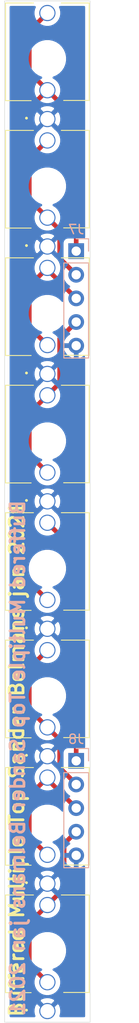
<source format=kicad_pcb>
(kicad_pcb (version 20171130) (host pcbnew "(5.1.8)-1")

  (general
    (thickness 1.6)
    (drawings 6)
    (tracks 50)
    (zones 0)
    (modules 10)
    (nets 10)
  )

  (page A4)
  (layers
    (0 F.Cu signal)
    (31 B.Cu signal)
    (32 B.Adhes user)
    (33 F.Adhes user)
    (34 B.Paste user)
    (35 F.Paste user)
    (36 B.SilkS user)
    (37 F.SilkS user)
    (38 B.Mask user)
    (39 F.Mask user)
    (40 Dwgs.User user)
    (41 Cmts.User user)
    (42 Eco1.User user)
    (43 Eco2.User user)
    (44 Edge.Cuts user)
    (45 Margin user)
    (46 B.CrtYd user)
    (47 F.CrtYd user)
    (48 B.Fab user)
    (49 F.Fab user)
  )

  (setup
    (last_trace_width 0.25)
    (user_trace_width 0.5)
    (trace_clearance 0.2)
    (zone_clearance 0.508)
    (zone_45_only no)
    (trace_min 0.2)
    (via_size 0.8)
    (via_drill 0.4)
    (via_min_size 0.4)
    (via_min_drill 0.3)
    (uvia_size 0.3)
    (uvia_drill 0.1)
    (uvias_allowed no)
    (uvia_min_size 0.2)
    (uvia_min_drill 0.1)
    (edge_width 0.05)
    (segment_width 0.2)
    (pcb_text_width 0.3)
    (pcb_text_size 1.5 1.5)
    (mod_edge_width 0.12)
    (mod_text_size 1 1)
    (mod_text_width 0.15)
    (pad_size 1.524 1.524)
    (pad_drill 0.762)
    (pad_to_mask_clearance 0)
    (aux_axis_origin 0 0)
    (visible_elements 7FFFFFFF)
    (pcbplotparams
      (layerselection 0x010f0_ffffffff)
      (usegerberextensions false)
      (usegerberattributes true)
      (usegerberadvancedattributes true)
      (creategerberjobfile true)
      (excludeedgelayer true)
      (linewidth 0.100000)
      (plotframeref false)
      (viasonmask false)
      (mode 1)
      (useauxorigin false)
      (hpglpennumber 1)
      (hpglpenspeed 20)
      (hpglpendiameter 15.000000)
      (psnegative false)
      (psa4output false)
      (plotreference true)
      (plotvalue true)
      (plotinvisibletext false)
      (padsonsilk false)
      (subtractmaskfromsilk false)
      (outputformat 1)
      (mirror false)
      (drillshape 0)
      (scaleselection 1)
      (outputdirectory "Gerbers/"))
  )

  (net 0 "")
  (net 1 GND)
  (net 2 "Net-(INA1-PadR)")
  (net 3 "Net-(INB1-PadT)")
  (net 4 "Net-(J1-PadR)")
  (net 5 "Net-(J2-PadR)")
  (net 6 "Net-(J3-PadR)")
  (net 7 "Net-(J4-PadR)")
  (net 8 "Net-(J5-PadR)")
  (net 9 "Net-(J6-PadR)")

  (net_class Default "This is the default net class."
    (clearance 0.2)
    (trace_width 0.25)
    (via_dia 0.8)
    (via_drill 0.4)
    (uvia_dia 0.3)
    (uvia_drill 0.1)
    (add_net GND)
    (add_net "Net-(INA1-PadR)")
    (add_net "Net-(INB1-PadT)")
    (add_net "Net-(J1-PadR)")
    (add_net "Net-(J2-PadR)")
    (add_net "Net-(J3-PadR)")
    (add_net "Net-(J4-PadR)")
    (add_net "Net-(J5-PadR)")
    (add_net "Net-(J6-PadR)")
  )

  (module Connector_PinHeader_2.54mm:PinHeader_1x05_P2.54mm_Vertical (layer B.Cu) (tedit 59FED5CC) (tstamp 5FFBE2E1)
    (at 36 161.9 180)
    (descr "Through hole straight pin header, 1x05, 2.54mm pitch, single row")
    (tags "Through hole pin header THT 1x05 2.54mm single row")
    (path /5FFD5940)
    (fp_text reference J8 (at 0 2.33) (layer B.SilkS)
      (effects (font (size 1 1) (thickness 0.15)) (justify mirror))
    )
    (fp_text value Conn_01x05_Male (at 0 -12.49) (layer B.Fab)
      (effects (font (size 1 1) (thickness 0.15)) (justify mirror))
    )
    (fp_line (start -0.635 1.27) (end 1.27 1.27) (layer B.Fab) (width 0.1))
    (fp_line (start 1.27 1.27) (end 1.27 -11.43) (layer B.Fab) (width 0.1))
    (fp_line (start 1.27 -11.43) (end -1.27 -11.43) (layer B.Fab) (width 0.1))
    (fp_line (start -1.27 -11.43) (end -1.27 0.635) (layer B.Fab) (width 0.1))
    (fp_line (start -1.27 0.635) (end -0.635 1.27) (layer B.Fab) (width 0.1))
    (fp_line (start -1.33 -11.49) (end 1.33 -11.49) (layer B.SilkS) (width 0.12))
    (fp_line (start -1.33 -1.27) (end -1.33 -11.49) (layer B.SilkS) (width 0.12))
    (fp_line (start 1.33 -1.27) (end 1.33 -11.49) (layer B.SilkS) (width 0.12))
    (fp_line (start -1.33 -1.27) (end 1.33 -1.27) (layer B.SilkS) (width 0.12))
    (fp_line (start -1.33 0) (end -1.33 1.33) (layer B.SilkS) (width 0.12))
    (fp_line (start -1.33 1.33) (end 0 1.33) (layer B.SilkS) (width 0.12))
    (fp_line (start -1.8 1.8) (end -1.8 -11.95) (layer B.CrtYd) (width 0.05))
    (fp_line (start -1.8 -11.95) (end 1.8 -11.95) (layer B.CrtYd) (width 0.05))
    (fp_line (start 1.8 -11.95) (end 1.8 1.8) (layer B.CrtYd) (width 0.05))
    (fp_line (start 1.8 1.8) (end -1.8 1.8) (layer B.CrtYd) (width 0.05))
    (fp_text user %R (at 0 -5.08 270) (layer B.Fab)
      (effects (font (size 1 1) (thickness 0.15)) (justify mirror))
    )
    (pad 5 thru_hole oval (at 0 -10.16 180) (size 1.7 1.7) (drill 1) (layers *.Cu *.Mask)
      (net 1 GND))
    (pad 4 thru_hole oval (at 0 -7.62 180) (size 1.7 1.7) (drill 1) (layers *.Cu *.Mask)
      (net 9 "Net-(J6-PadR)"))
    (pad 3 thru_hole oval (at 0 -5.08 180) (size 1.7 1.7) (drill 1) (layers *.Cu *.Mask)
      (net 8 "Net-(J5-PadR)"))
    (pad 2 thru_hole oval (at 0 -2.54 180) (size 1.7 1.7) (drill 1) (layers *.Cu *.Mask)
      (net 7 "Net-(J4-PadR)"))
    (pad 1 thru_hole rect (at 0 0 180) (size 1.7 1.7) (drill 1) (layers *.Cu *.Mask)
      (net 3 "Net-(INB1-PadT)"))
    (model ${KISYS3DMOD}/Connector_PinHeader_2.54mm.3dshapes/PinHeader_1x05_P2.54mm_Vertical.wrl
      (at (xyz 0 0 0))
      (scale (xyz 1 1 1))
      (rotate (xyz 0 0 0))
    )
  )

  (module Connector_PinHeader_2.54mm:PinHeader_1x05_P2.54mm_Vertical (layer B.Cu) (tedit 59FED5CC) (tstamp 5FFBE747)
    (at 36 107.1 180)
    (descr "Through hole straight pin header, 1x05, 2.54mm pitch, single row")
    (tags "Through hole pin header THT 1x05 2.54mm single row")
    (path /5FFD4E88)
    (fp_text reference J7 (at 0 2.33) (layer B.SilkS)
      (effects (font (size 1 1) (thickness 0.15)) (justify mirror))
    )
    (fp_text value Conn_01x05_Male (at 0 -12.49) (layer B.Fab)
      (effects (font (size 1 1) (thickness 0.15)) (justify mirror))
    )
    (fp_line (start -0.635 1.27) (end 1.27 1.27) (layer B.Fab) (width 0.1))
    (fp_line (start 1.27 1.27) (end 1.27 -11.43) (layer B.Fab) (width 0.1))
    (fp_line (start 1.27 -11.43) (end -1.27 -11.43) (layer B.Fab) (width 0.1))
    (fp_line (start -1.27 -11.43) (end -1.27 0.635) (layer B.Fab) (width 0.1))
    (fp_line (start -1.27 0.635) (end -0.635 1.27) (layer B.Fab) (width 0.1))
    (fp_line (start -1.33 -11.49) (end 1.33 -11.49) (layer B.SilkS) (width 0.12))
    (fp_line (start -1.33 -1.27) (end -1.33 -11.49) (layer B.SilkS) (width 0.12))
    (fp_line (start 1.33 -1.27) (end 1.33 -11.49) (layer B.SilkS) (width 0.12))
    (fp_line (start -1.33 -1.27) (end 1.33 -1.27) (layer B.SilkS) (width 0.12))
    (fp_line (start -1.33 0) (end -1.33 1.33) (layer B.SilkS) (width 0.12))
    (fp_line (start -1.33 1.33) (end 0 1.33) (layer B.SilkS) (width 0.12))
    (fp_line (start -1.8 1.8) (end -1.8 -11.95) (layer B.CrtYd) (width 0.05))
    (fp_line (start -1.8 -11.95) (end 1.8 -11.95) (layer B.CrtYd) (width 0.05))
    (fp_line (start 1.8 -11.95) (end 1.8 1.8) (layer B.CrtYd) (width 0.05))
    (fp_line (start 1.8 1.8) (end -1.8 1.8) (layer B.CrtYd) (width 0.05))
    (fp_text user %R (at 0 -5.08 270) (layer B.Fab)
      (effects (font (size 1 1) (thickness 0.15)) (justify mirror))
    )
    (pad 5 thru_hole oval (at 0 -10.16 180) (size 1.7 1.7) (drill 1) (layers *.Cu *.Mask)
      (net 1 GND))
    (pad 4 thru_hole oval (at 0 -7.62 180) (size 1.7 1.7) (drill 1) (layers *.Cu *.Mask)
      (net 6 "Net-(J3-PadR)"))
    (pad 3 thru_hole oval (at 0 -5.08 180) (size 1.7 1.7) (drill 1) (layers *.Cu *.Mask)
      (net 5 "Net-(J2-PadR)"))
    (pad 2 thru_hole oval (at 0 -2.54 180) (size 1.7 1.7) (drill 1) (layers *.Cu *.Mask)
      (net 4 "Net-(J1-PadR)"))
    (pad 1 thru_hole rect (at 0 0 180) (size 1.7 1.7) (drill 1) (layers *.Cu *.Mask)
      (net 2 "Net-(INA1-PadR)"))
    (model ${KISYS3DMOD}/Connector_PinHeader_2.54mm.3dshapes/PinHeader_1x05_P2.54mm_Vertical.wrl
      (at (xyz 0 0 0))
      (scale (xyz 1 1 1))
      (rotate (xyz 0 0 0))
    )
  )

  (module Thonkiconn:Thonkiconn (layer F.Cu) (tedit 5FFB5958) (tstamp 5FFBCCA9)
    (at 32.9 188.8)
    (descr PJ-301M-3)
    (tags Connector)
    (path /5FFB9D37)
    (fp_text reference J6 (at 0 -5.756) (layer F.SilkS) hide
      (effects (font (size 1.27 1.27) (thickness 0.254)))
    )
    (fp_text value AudioJack3 (at 0 -5.756) (layer F.SilkS) hide
      (effects (font (size 1.27 1.27) (thickness 0.254)))
    )
    (fp_line (start -4.5 -1.98) (end 4.5 -1.98) (layer F.Fab) (width 0.2))
    (fp_line (start 4.5 -1.98) (end 4.5 -12.48) (layer F.Fab) (width 0.2))
    (fp_line (start 4.5 -12.48) (end -4.5 -12.48) (layer F.Fab) (width 0.2))
    (fp_line (start -4.5 -12.48) (end -4.5 -1.98) (layer F.Fab) (width 0.2))
    (fp_line (start -1.5 -12.48) (end -4.5 -12.48) (layer F.SilkS) (width 0.1))
    (fp_line (start -4.5 -12.48) (end -4.5 -12.48) (layer F.SilkS) (width 0.1))
    (fp_line (start -4.5 -12.48) (end -1.5 -12.48) (layer F.SilkS) (width 0.1))
    (fp_line (start -1.5 -12.48) (end -1.5 -12.48) (layer F.SilkS) (width 0.1))
    (fp_line (start -4.5 -12.48) (end -4.5 -12.48) (layer F.SilkS) (width 0.1))
    (fp_line (start -4.5 -12.48) (end -4.5 -1.98) (layer F.SilkS) (width 0.1))
    (fp_line (start -4.5 -1.98) (end -4.5 -1.98) (layer F.SilkS) (width 0.1))
    (fp_line (start -4.5 -1.98) (end -4.5 -12.48) (layer F.SilkS) (width 0.1))
    (fp_line (start -4.5 -1.98) (end -1.75 -1.98) (layer F.SilkS) (width 0.1))
    (fp_line (start -1.75 -1.98) (end -1.75 -1.98) (layer F.SilkS) (width 0.1))
    (fp_line (start -1.75 -1.98) (end -4.5 -1.98) (layer F.SilkS) (width 0.1))
    (fp_line (start -4.5 -1.98) (end -4.5 -1.98) (layer F.SilkS) (width 0.1))
    (fp_line (start 1.75 -2) (end 4.5 -2) (layer F.SilkS) (width 0.1))
    (fp_line (start 4.5 -2) (end 4.5 -2) (layer F.SilkS) (width 0.1))
    (fp_line (start 4.5 -2) (end 1.75 -2) (layer F.SilkS) (width 0.1))
    (fp_line (start 1.75 -2) (end 1.75 -2) (layer F.SilkS) (width 0.1))
    (fp_line (start 4.5 -1.98) (end 4.5 -1.98) (layer F.SilkS) (width 0.1))
    (fp_line (start 4.5 -1.98) (end 4.5 -12.48) (layer F.SilkS) (width 0.1))
    (fp_line (start 4.5 -12.48) (end 4.5 -12.48) (layer F.SilkS) (width 0.1))
    (fp_line (start 4.5 -12.48) (end 4.5 -1.98) (layer F.SilkS) (width 0.1))
    (fp_line (start 4.5 -12.48) (end 1.5 -12.48) (layer F.SilkS) (width 0.1))
    (fp_line (start 1.5 -12.48) (end 1.5 -12.48) (layer F.SilkS) (width 0.1))
    (fp_line (start 1.5 -12.48) (end 4.5 -12.48) (layer F.SilkS) (width 0.1))
    (fp_line (start 4.5 -12.48) (end 4.5 -12.48) (layer F.SilkS) (width 0.1))
    (fp_line (start -4.5 -12.5) (end 4.5 -12.5) (layer F.CrtYd) (width 0.1))
    (fp_line (start 4.5 -12.5) (end 4.5 1) (layer F.CrtYd) (width 0.1))
    (fp_line (start 4.5 1) (end -4.5 1) (layer F.CrtYd) (width 0.1))
    (fp_line (start -4.5 1) (end -4.5 -12.5) (layer F.CrtYd) (width 0.1))
    (fp_line (start -2.3 -0.1) (end -2.3 -0.1) (layer F.SilkS) (width 0.2))
    (fp_line (start -2.2 -0.1) (end -2.2 -0.1) (layer F.SilkS) (width 0.2))
    (fp_line (start -2.3 -0.1) (end -2.3 -0.1) (layer F.SilkS) (width 0.2))
    (fp_text user %R (at 0 -5.756) (layer F.Fab)
      (effects (font (size 1.27 1.27) (thickness 0.254)))
    )
    (fp_arc (start -2.25 -0.1) (end -2.3 -0.1) (angle -180) (layer F.SilkS) (width 0.2))
    (fp_arc (start -2.25 -0.1) (end -2.2 -0.1) (angle -180) (layer F.SilkS) (width 0.2))
    (fp_arc (start -2.25 -0.1) (end -2.3 -0.1) (angle -180) (layer F.SilkS) (width 0.2))
    (pad S thru_hole circle (at 0 0) (size 1.75 1.75) (drill 1.5) (layers *.Cu *.Mask)
      (net 1 GND))
    (pad R thru_hole circle (at 0 -3.1) (size 1.75 1.75) (drill 1.5) (layers *.Cu *.Mask)
      (net 9 "Net-(J6-PadR)"))
    (pad T thru_hole circle (at 0 -11.4) (size 1.75 1.75) (drill 1.5) (layers *.Cu *.Mask)
      (net 9 "Net-(J6-PadR)"))
    (pad "" np_thru_hole circle (at 0 -6.48) (size 3 3) (drill 3) (layers *.Cu *.Mask))
    (model PJ-301M.stp
      (at (xyz 0 0 0))
      (scale (xyz 1 1 1))
      (rotate (xyz 0 0 0))
    )
  )

  (module Thonkiconn:Thonkiconn (layer F.Cu) (tedit 5FFB5958) (tstamp 5FFBCC7A)
    (at 32.9 175.1)
    (descr PJ-301M-3)
    (tags Connector)
    (path /5FFB9419)
    (fp_text reference J5 (at 0 -5.756) (layer F.SilkS) hide
      (effects (font (size 1.27 1.27) (thickness 0.254)))
    )
    (fp_text value AudioJack3 (at 0 -5.756) (layer F.SilkS) hide
      (effects (font (size 1.27 1.27) (thickness 0.254)))
    )
    (fp_line (start -4.5 -1.98) (end 4.5 -1.98) (layer F.Fab) (width 0.2))
    (fp_line (start 4.5 -1.98) (end 4.5 -12.48) (layer F.Fab) (width 0.2))
    (fp_line (start 4.5 -12.48) (end -4.5 -12.48) (layer F.Fab) (width 0.2))
    (fp_line (start -4.5 -12.48) (end -4.5 -1.98) (layer F.Fab) (width 0.2))
    (fp_line (start -1.5 -12.48) (end -4.5 -12.48) (layer F.SilkS) (width 0.1))
    (fp_line (start -4.5 -12.48) (end -4.5 -12.48) (layer F.SilkS) (width 0.1))
    (fp_line (start -4.5 -12.48) (end -1.5 -12.48) (layer F.SilkS) (width 0.1))
    (fp_line (start -1.5 -12.48) (end -1.5 -12.48) (layer F.SilkS) (width 0.1))
    (fp_line (start -4.5 -12.48) (end -4.5 -12.48) (layer F.SilkS) (width 0.1))
    (fp_line (start -4.5 -12.48) (end -4.5 -1.98) (layer F.SilkS) (width 0.1))
    (fp_line (start -4.5 -1.98) (end -4.5 -1.98) (layer F.SilkS) (width 0.1))
    (fp_line (start -4.5 -1.98) (end -4.5 -12.48) (layer F.SilkS) (width 0.1))
    (fp_line (start -4.5 -1.98) (end -1.75 -1.98) (layer F.SilkS) (width 0.1))
    (fp_line (start -1.75 -1.98) (end -1.75 -1.98) (layer F.SilkS) (width 0.1))
    (fp_line (start -1.75 -1.98) (end -4.5 -1.98) (layer F.SilkS) (width 0.1))
    (fp_line (start -4.5 -1.98) (end -4.5 -1.98) (layer F.SilkS) (width 0.1))
    (fp_line (start 1.75 -2) (end 4.5 -2) (layer F.SilkS) (width 0.1))
    (fp_line (start 4.5 -2) (end 4.5 -2) (layer F.SilkS) (width 0.1))
    (fp_line (start 4.5 -2) (end 1.75 -2) (layer F.SilkS) (width 0.1))
    (fp_line (start 1.75 -2) (end 1.75 -2) (layer F.SilkS) (width 0.1))
    (fp_line (start 4.5 -1.98) (end 4.5 -1.98) (layer F.SilkS) (width 0.1))
    (fp_line (start 4.5 -1.98) (end 4.5 -12.48) (layer F.SilkS) (width 0.1))
    (fp_line (start 4.5 -12.48) (end 4.5 -12.48) (layer F.SilkS) (width 0.1))
    (fp_line (start 4.5 -12.48) (end 4.5 -1.98) (layer F.SilkS) (width 0.1))
    (fp_line (start 4.5 -12.48) (end 1.5 -12.48) (layer F.SilkS) (width 0.1))
    (fp_line (start 1.5 -12.48) (end 1.5 -12.48) (layer F.SilkS) (width 0.1))
    (fp_line (start 1.5 -12.48) (end 4.5 -12.48) (layer F.SilkS) (width 0.1))
    (fp_line (start 4.5 -12.48) (end 4.5 -12.48) (layer F.SilkS) (width 0.1))
    (fp_line (start -4.5 -12.5) (end 4.5 -12.5) (layer F.CrtYd) (width 0.1))
    (fp_line (start 4.5 -12.5) (end 4.5 1) (layer F.CrtYd) (width 0.1))
    (fp_line (start 4.5 1) (end -4.5 1) (layer F.CrtYd) (width 0.1))
    (fp_line (start -4.5 1) (end -4.5 -12.5) (layer F.CrtYd) (width 0.1))
    (fp_line (start -2.3 -0.1) (end -2.3 -0.1) (layer F.SilkS) (width 0.2))
    (fp_line (start -2.2 -0.1) (end -2.2 -0.1) (layer F.SilkS) (width 0.2))
    (fp_line (start -2.3 -0.1) (end -2.3 -0.1) (layer F.SilkS) (width 0.2))
    (fp_text user %R (at 0 -5.756) (layer F.Fab)
      (effects (font (size 1.27 1.27) (thickness 0.254)))
    )
    (fp_arc (start -2.25 -0.1) (end -2.3 -0.1) (angle -180) (layer F.SilkS) (width 0.2))
    (fp_arc (start -2.25 -0.1) (end -2.2 -0.1) (angle -180) (layer F.SilkS) (width 0.2))
    (fp_arc (start -2.25 -0.1) (end -2.3 -0.1) (angle -180) (layer F.SilkS) (width 0.2))
    (pad S thru_hole circle (at 0 0) (size 1.75 1.75) (drill 1.5) (layers *.Cu *.Mask)
      (net 1 GND))
    (pad R thru_hole circle (at 0 -3.1) (size 1.75 1.75) (drill 1.5) (layers *.Cu *.Mask)
      (net 8 "Net-(J5-PadR)"))
    (pad T thru_hole circle (at 0 -11.4) (size 1.75 1.75) (drill 1.5) (layers *.Cu *.Mask)
      (net 8 "Net-(J5-PadR)"))
    (pad "" np_thru_hole circle (at 0 -6.48) (size 3 3) (drill 3) (layers *.Cu *.Mask))
    (model PJ-301M.stp
      (at (xyz 0 0 0))
      (scale (xyz 1 1 1))
      (rotate (xyz 0 0 0))
    )
  )

  (module Thonkiconn:Thonkiconn (layer F.Cu) (tedit 5FFB5958) (tstamp 5FFBCC4B)
    (at 32.9 161.4)
    (descr PJ-301M-3)
    (tags Connector)
    (path /5FFB8CA5)
    (fp_text reference J4 (at 0 -5.756) (layer F.SilkS) hide
      (effects (font (size 1.27 1.27) (thickness 0.254)))
    )
    (fp_text value AudioJack3 (at 0 -5.756) (layer F.SilkS) hide
      (effects (font (size 1.27 1.27) (thickness 0.254)))
    )
    (fp_line (start -4.5 -1.98) (end 4.5 -1.98) (layer F.Fab) (width 0.2))
    (fp_line (start 4.5 -1.98) (end 4.5 -12.48) (layer F.Fab) (width 0.2))
    (fp_line (start 4.5 -12.48) (end -4.5 -12.48) (layer F.Fab) (width 0.2))
    (fp_line (start -4.5 -12.48) (end -4.5 -1.98) (layer F.Fab) (width 0.2))
    (fp_line (start -1.5 -12.48) (end -4.5 -12.48) (layer F.SilkS) (width 0.1))
    (fp_line (start -4.5 -12.48) (end -4.5 -12.48) (layer F.SilkS) (width 0.1))
    (fp_line (start -4.5 -12.48) (end -1.5 -12.48) (layer F.SilkS) (width 0.1))
    (fp_line (start -1.5 -12.48) (end -1.5 -12.48) (layer F.SilkS) (width 0.1))
    (fp_line (start -4.5 -12.48) (end -4.5 -12.48) (layer F.SilkS) (width 0.1))
    (fp_line (start -4.5 -12.48) (end -4.5 -1.98) (layer F.SilkS) (width 0.1))
    (fp_line (start -4.5 -1.98) (end -4.5 -1.98) (layer F.SilkS) (width 0.1))
    (fp_line (start -4.5 -1.98) (end -4.5 -12.48) (layer F.SilkS) (width 0.1))
    (fp_line (start -4.5 -1.98) (end -1.75 -1.98) (layer F.SilkS) (width 0.1))
    (fp_line (start -1.75 -1.98) (end -1.75 -1.98) (layer F.SilkS) (width 0.1))
    (fp_line (start -1.75 -1.98) (end -4.5 -1.98) (layer F.SilkS) (width 0.1))
    (fp_line (start -4.5 -1.98) (end -4.5 -1.98) (layer F.SilkS) (width 0.1))
    (fp_line (start 1.75 -2) (end 4.5 -2) (layer F.SilkS) (width 0.1))
    (fp_line (start 4.5 -2) (end 4.5 -2) (layer F.SilkS) (width 0.1))
    (fp_line (start 4.5 -2) (end 1.75 -2) (layer F.SilkS) (width 0.1))
    (fp_line (start 1.75 -2) (end 1.75 -2) (layer F.SilkS) (width 0.1))
    (fp_line (start 4.5 -1.98) (end 4.5 -1.98) (layer F.SilkS) (width 0.1))
    (fp_line (start 4.5 -1.98) (end 4.5 -12.48) (layer F.SilkS) (width 0.1))
    (fp_line (start 4.5 -12.48) (end 4.5 -12.48) (layer F.SilkS) (width 0.1))
    (fp_line (start 4.5 -12.48) (end 4.5 -1.98) (layer F.SilkS) (width 0.1))
    (fp_line (start 4.5 -12.48) (end 1.5 -12.48) (layer F.SilkS) (width 0.1))
    (fp_line (start 1.5 -12.48) (end 1.5 -12.48) (layer F.SilkS) (width 0.1))
    (fp_line (start 1.5 -12.48) (end 4.5 -12.48) (layer F.SilkS) (width 0.1))
    (fp_line (start 4.5 -12.48) (end 4.5 -12.48) (layer F.SilkS) (width 0.1))
    (fp_line (start -4.5 -12.5) (end 4.5 -12.5) (layer F.CrtYd) (width 0.1))
    (fp_line (start 4.5 -12.5) (end 4.5 1) (layer F.CrtYd) (width 0.1))
    (fp_line (start 4.5 1) (end -4.5 1) (layer F.CrtYd) (width 0.1))
    (fp_line (start -4.5 1) (end -4.5 -12.5) (layer F.CrtYd) (width 0.1))
    (fp_line (start -2.3 -0.1) (end -2.3 -0.1) (layer F.SilkS) (width 0.2))
    (fp_line (start -2.2 -0.1) (end -2.2 -0.1) (layer F.SilkS) (width 0.2))
    (fp_line (start -2.3 -0.1) (end -2.3 -0.1) (layer F.SilkS) (width 0.2))
    (fp_text user %R (at 0 -5.756) (layer F.Fab)
      (effects (font (size 1.27 1.27) (thickness 0.254)))
    )
    (fp_arc (start -2.25 -0.1) (end -2.3 -0.1) (angle -180) (layer F.SilkS) (width 0.2))
    (fp_arc (start -2.25 -0.1) (end -2.2 -0.1) (angle -180) (layer F.SilkS) (width 0.2))
    (fp_arc (start -2.25 -0.1) (end -2.3 -0.1) (angle -180) (layer F.SilkS) (width 0.2))
    (pad S thru_hole circle (at 0 0) (size 1.75 1.75) (drill 1.5) (layers *.Cu *.Mask)
      (net 1 GND))
    (pad R thru_hole circle (at 0 -3.1) (size 1.75 1.75) (drill 1.5) (layers *.Cu *.Mask)
      (net 7 "Net-(J4-PadR)"))
    (pad T thru_hole circle (at 0 -11.4) (size 1.75 1.75) (drill 1.5) (layers *.Cu *.Mask)
      (net 7 "Net-(J4-PadR)"))
    (pad "" np_thru_hole circle (at 0 -6.48) (size 3 3) (drill 3) (layers *.Cu *.Mask))
    (model PJ-301M.stp
      (at (xyz 0 0 0))
      (scale (xyz 1 1 1))
      (rotate (xyz 0 0 0))
    )
  )

  (module Thonkiconn:Thonkiconn (layer F.Cu) (tedit 5FFB5958) (tstamp 5FFBCC1C)
    (at 32.9 134)
    (descr PJ-301M-3)
    (tags Connector)
    (path /5FFB87B0)
    (fp_text reference J3 (at 0 -5.756) (layer F.SilkS) hide
      (effects (font (size 1.27 1.27) (thickness 0.254)))
    )
    (fp_text value AudioJack3 (at 0 -5.756) (layer F.SilkS) hide
      (effects (font (size 1.27 1.27) (thickness 0.254)))
    )
    (fp_line (start -4.5 -1.98) (end 4.5 -1.98) (layer F.Fab) (width 0.2))
    (fp_line (start 4.5 -1.98) (end 4.5 -12.48) (layer F.Fab) (width 0.2))
    (fp_line (start 4.5 -12.48) (end -4.5 -12.48) (layer F.Fab) (width 0.2))
    (fp_line (start -4.5 -12.48) (end -4.5 -1.98) (layer F.Fab) (width 0.2))
    (fp_line (start -1.5 -12.48) (end -4.5 -12.48) (layer F.SilkS) (width 0.1))
    (fp_line (start -4.5 -12.48) (end -4.5 -12.48) (layer F.SilkS) (width 0.1))
    (fp_line (start -4.5 -12.48) (end -1.5 -12.48) (layer F.SilkS) (width 0.1))
    (fp_line (start -1.5 -12.48) (end -1.5 -12.48) (layer F.SilkS) (width 0.1))
    (fp_line (start -4.5 -12.48) (end -4.5 -12.48) (layer F.SilkS) (width 0.1))
    (fp_line (start -4.5 -12.48) (end -4.5 -1.98) (layer F.SilkS) (width 0.1))
    (fp_line (start -4.5 -1.98) (end -4.5 -1.98) (layer F.SilkS) (width 0.1))
    (fp_line (start -4.5 -1.98) (end -4.5 -12.48) (layer F.SilkS) (width 0.1))
    (fp_line (start -4.5 -1.98) (end -1.75 -1.98) (layer F.SilkS) (width 0.1))
    (fp_line (start -1.75 -1.98) (end -1.75 -1.98) (layer F.SilkS) (width 0.1))
    (fp_line (start -1.75 -1.98) (end -4.5 -1.98) (layer F.SilkS) (width 0.1))
    (fp_line (start -4.5 -1.98) (end -4.5 -1.98) (layer F.SilkS) (width 0.1))
    (fp_line (start 1.75 -2) (end 4.5 -2) (layer F.SilkS) (width 0.1))
    (fp_line (start 4.5 -2) (end 4.5 -2) (layer F.SilkS) (width 0.1))
    (fp_line (start 4.5 -2) (end 1.75 -2) (layer F.SilkS) (width 0.1))
    (fp_line (start 1.75 -2) (end 1.75 -2) (layer F.SilkS) (width 0.1))
    (fp_line (start 4.5 -1.98) (end 4.5 -1.98) (layer F.SilkS) (width 0.1))
    (fp_line (start 4.5 -1.98) (end 4.5 -12.48) (layer F.SilkS) (width 0.1))
    (fp_line (start 4.5 -12.48) (end 4.5 -12.48) (layer F.SilkS) (width 0.1))
    (fp_line (start 4.5 -12.48) (end 4.5 -1.98) (layer F.SilkS) (width 0.1))
    (fp_line (start 4.5 -12.48) (end 1.5 -12.48) (layer F.SilkS) (width 0.1))
    (fp_line (start 1.5 -12.48) (end 1.5 -12.48) (layer F.SilkS) (width 0.1))
    (fp_line (start 1.5 -12.48) (end 4.5 -12.48) (layer F.SilkS) (width 0.1))
    (fp_line (start 4.5 -12.48) (end 4.5 -12.48) (layer F.SilkS) (width 0.1))
    (fp_line (start -4.5 -12.5) (end 4.5 -12.5) (layer F.CrtYd) (width 0.1))
    (fp_line (start 4.5 -12.5) (end 4.5 1) (layer F.CrtYd) (width 0.1))
    (fp_line (start 4.5 1) (end -4.5 1) (layer F.CrtYd) (width 0.1))
    (fp_line (start -4.5 1) (end -4.5 -12.5) (layer F.CrtYd) (width 0.1))
    (fp_line (start -2.3 -0.1) (end -2.3 -0.1) (layer F.SilkS) (width 0.2))
    (fp_line (start -2.2 -0.1) (end -2.2 -0.1) (layer F.SilkS) (width 0.2))
    (fp_line (start -2.3 -0.1) (end -2.3 -0.1) (layer F.SilkS) (width 0.2))
    (fp_text user %R (at 0 -5.756) (layer F.Fab)
      (effects (font (size 1.27 1.27) (thickness 0.254)))
    )
    (fp_arc (start -2.25 -0.1) (end -2.3 -0.1) (angle -180) (layer F.SilkS) (width 0.2))
    (fp_arc (start -2.25 -0.1) (end -2.2 -0.1) (angle -180) (layer F.SilkS) (width 0.2))
    (fp_arc (start -2.25 -0.1) (end -2.3 -0.1) (angle -180) (layer F.SilkS) (width 0.2))
    (pad S thru_hole circle (at 0 0) (size 1.75 1.75) (drill 1.5) (layers *.Cu *.Mask)
      (net 1 GND))
    (pad R thru_hole circle (at 0 -3.1) (size 1.75 1.75) (drill 1.5) (layers *.Cu *.Mask)
      (net 6 "Net-(J3-PadR)"))
    (pad T thru_hole circle (at 0 -11.4) (size 1.75 1.75) (drill 1.5) (layers *.Cu *.Mask)
      (net 6 "Net-(J3-PadR)"))
    (pad "" np_thru_hole circle (at 0 -6.48) (size 3 3) (drill 3) (layers *.Cu *.Mask))
    (model PJ-301M.stp
      (at (xyz 0 0 0))
      (scale (xyz 1 1 1))
      (rotate (xyz 0 0 0))
    )
  )

  (module Thonkiconn:Thonkiconn (layer F.Cu) (tedit 5FFB5958) (tstamp 5FFBCBED)
    (at 32.9 120.3)
    (descr PJ-301M-3)
    (tags Connector)
    (path /5FFB8318)
    (fp_text reference J2 (at 0 -5.756) (layer F.SilkS) hide
      (effects (font (size 1.27 1.27) (thickness 0.254)))
    )
    (fp_text value AudioJack3 (at 0 -5.756) (layer F.SilkS) hide
      (effects (font (size 1.27 1.27) (thickness 0.254)))
    )
    (fp_line (start -4.5 -1.98) (end 4.5 -1.98) (layer F.Fab) (width 0.2))
    (fp_line (start 4.5 -1.98) (end 4.5 -12.48) (layer F.Fab) (width 0.2))
    (fp_line (start 4.5 -12.48) (end -4.5 -12.48) (layer F.Fab) (width 0.2))
    (fp_line (start -4.5 -12.48) (end -4.5 -1.98) (layer F.Fab) (width 0.2))
    (fp_line (start -1.5 -12.48) (end -4.5 -12.48) (layer F.SilkS) (width 0.1))
    (fp_line (start -4.5 -12.48) (end -4.5 -12.48) (layer F.SilkS) (width 0.1))
    (fp_line (start -4.5 -12.48) (end -1.5 -12.48) (layer F.SilkS) (width 0.1))
    (fp_line (start -1.5 -12.48) (end -1.5 -12.48) (layer F.SilkS) (width 0.1))
    (fp_line (start -4.5 -12.48) (end -4.5 -12.48) (layer F.SilkS) (width 0.1))
    (fp_line (start -4.5 -12.48) (end -4.5 -1.98) (layer F.SilkS) (width 0.1))
    (fp_line (start -4.5 -1.98) (end -4.5 -1.98) (layer F.SilkS) (width 0.1))
    (fp_line (start -4.5 -1.98) (end -4.5 -12.48) (layer F.SilkS) (width 0.1))
    (fp_line (start -4.5 -1.98) (end -1.75 -1.98) (layer F.SilkS) (width 0.1))
    (fp_line (start -1.75 -1.98) (end -1.75 -1.98) (layer F.SilkS) (width 0.1))
    (fp_line (start -1.75 -1.98) (end -4.5 -1.98) (layer F.SilkS) (width 0.1))
    (fp_line (start -4.5 -1.98) (end -4.5 -1.98) (layer F.SilkS) (width 0.1))
    (fp_line (start 1.75 -2) (end 4.5 -2) (layer F.SilkS) (width 0.1))
    (fp_line (start 4.5 -2) (end 4.5 -2) (layer F.SilkS) (width 0.1))
    (fp_line (start 4.5 -2) (end 1.75 -2) (layer F.SilkS) (width 0.1))
    (fp_line (start 1.75 -2) (end 1.75 -2) (layer F.SilkS) (width 0.1))
    (fp_line (start 4.5 -1.98) (end 4.5 -1.98) (layer F.SilkS) (width 0.1))
    (fp_line (start 4.5 -1.98) (end 4.5 -12.48) (layer F.SilkS) (width 0.1))
    (fp_line (start 4.5 -12.48) (end 4.5 -12.48) (layer F.SilkS) (width 0.1))
    (fp_line (start 4.5 -12.48) (end 4.5 -1.98) (layer F.SilkS) (width 0.1))
    (fp_line (start 4.5 -12.48) (end 1.5 -12.48) (layer F.SilkS) (width 0.1))
    (fp_line (start 1.5 -12.48) (end 1.5 -12.48) (layer F.SilkS) (width 0.1))
    (fp_line (start 1.5 -12.48) (end 4.5 -12.48) (layer F.SilkS) (width 0.1))
    (fp_line (start 4.5 -12.48) (end 4.5 -12.48) (layer F.SilkS) (width 0.1))
    (fp_line (start -4.5 -12.5) (end 4.5 -12.5) (layer F.CrtYd) (width 0.1))
    (fp_line (start 4.5 -12.5) (end 4.5 1) (layer F.CrtYd) (width 0.1))
    (fp_line (start 4.5 1) (end -4.5 1) (layer F.CrtYd) (width 0.1))
    (fp_line (start -4.5 1) (end -4.5 -12.5) (layer F.CrtYd) (width 0.1))
    (fp_line (start -2.3 -0.1) (end -2.3 -0.1) (layer F.SilkS) (width 0.2))
    (fp_line (start -2.2 -0.1) (end -2.2 -0.1) (layer F.SilkS) (width 0.2))
    (fp_line (start -2.3 -0.1) (end -2.3 -0.1) (layer F.SilkS) (width 0.2))
    (fp_text user %R (at 0 -5.756) (layer F.Fab)
      (effects (font (size 1.27 1.27) (thickness 0.254)))
    )
    (fp_arc (start -2.25 -0.1) (end -2.3 -0.1) (angle -180) (layer F.SilkS) (width 0.2))
    (fp_arc (start -2.25 -0.1) (end -2.2 -0.1) (angle -180) (layer F.SilkS) (width 0.2))
    (fp_arc (start -2.25 -0.1) (end -2.3 -0.1) (angle -180) (layer F.SilkS) (width 0.2))
    (pad S thru_hole circle (at 0 0) (size 1.75 1.75) (drill 1.5) (layers *.Cu *.Mask)
      (net 1 GND))
    (pad R thru_hole circle (at 0 -3.1) (size 1.75 1.75) (drill 1.5) (layers *.Cu *.Mask)
      (net 5 "Net-(J2-PadR)"))
    (pad T thru_hole circle (at 0 -11.4) (size 1.75 1.75) (drill 1.5) (layers *.Cu *.Mask)
      (net 5 "Net-(J2-PadR)"))
    (pad "" np_thru_hole circle (at 0 -6.48) (size 3 3) (drill 3) (layers *.Cu *.Mask))
    (model PJ-301M.stp
      (at (xyz 0 0 0))
      (scale (xyz 1 1 1))
      (rotate (xyz 0 0 0))
    )
  )

  (module Thonkiconn:Thonkiconn (layer F.Cu) (tedit 5FFB5958) (tstamp 5FFBCBBE)
    (at 32.9 106.6)
    (descr PJ-301M-3)
    (tags Connector)
    (path /5FFB7924)
    (fp_text reference J1 (at 0 -5.756) (layer F.SilkS) hide
      (effects (font (size 1.27 1.27) (thickness 0.254)))
    )
    (fp_text value AudioJack3 (at 0 -5.756) (layer F.SilkS) hide
      (effects (font (size 1.27 1.27) (thickness 0.254)))
    )
    (fp_line (start -4.5 -1.98) (end 4.5 -1.98) (layer F.Fab) (width 0.2))
    (fp_line (start 4.5 -1.98) (end 4.5 -12.48) (layer F.Fab) (width 0.2))
    (fp_line (start 4.5 -12.48) (end -4.5 -12.48) (layer F.Fab) (width 0.2))
    (fp_line (start -4.5 -12.48) (end -4.5 -1.98) (layer F.Fab) (width 0.2))
    (fp_line (start -1.5 -12.48) (end -4.5 -12.48) (layer F.SilkS) (width 0.1))
    (fp_line (start -4.5 -12.48) (end -4.5 -12.48) (layer F.SilkS) (width 0.1))
    (fp_line (start -4.5 -12.48) (end -1.5 -12.48) (layer F.SilkS) (width 0.1))
    (fp_line (start -1.5 -12.48) (end -1.5 -12.48) (layer F.SilkS) (width 0.1))
    (fp_line (start -4.5 -12.48) (end -4.5 -12.48) (layer F.SilkS) (width 0.1))
    (fp_line (start -4.5 -12.48) (end -4.5 -1.98) (layer F.SilkS) (width 0.1))
    (fp_line (start -4.5 -1.98) (end -4.5 -1.98) (layer F.SilkS) (width 0.1))
    (fp_line (start -4.5 -1.98) (end -4.5 -12.48) (layer F.SilkS) (width 0.1))
    (fp_line (start -4.5 -1.98) (end -1.75 -1.98) (layer F.SilkS) (width 0.1))
    (fp_line (start -1.75 -1.98) (end -1.75 -1.98) (layer F.SilkS) (width 0.1))
    (fp_line (start -1.75 -1.98) (end -4.5 -1.98) (layer F.SilkS) (width 0.1))
    (fp_line (start -4.5 -1.98) (end -4.5 -1.98) (layer F.SilkS) (width 0.1))
    (fp_line (start 1.75 -2) (end 4.5 -2) (layer F.SilkS) (width 0.1))
    (fp_line (start 4.5 -2) (end 4.5 -2) (layer F.SilkS) (width 0.1))
    (fp_line (start 4.5 -2) (end 1.75 -2) (layer F.SilkS) (width 0.1))
    (fp_line (start 1.75 -2) (end 1.75 -2) (layer F.SilkS) (width 0.1))
    (fp_line (start 4.5 -1.98) (end 4.5 -1.98) (layer F.SilkS) (width 0.1))
    (fp_line (start 4.5 -1.98) (end 4.5 -12.48) (layer F.SilkS) (width 0.1))
    (fp_line (start 4.5 -12.48) (end 4.5 -12.48) (layer F.SilkS) (width 0.1))
    (fp_line (start 4.5 -12.48) (end 4.5 -1.98) (layer F.SilkS) (width 0.1))
    (fp_line (start 4.5 -12.48) (end 1.5 -12.48) (layer F.SilkS) (width 0.1))
    (fp_line (start 1.5 -12.48) (end 1.5 -12.48) (layer F.SilkS) (width 0.1))
    (fp_line (start 1.5 -12.48) (end 4.5 -12.48) (layer F.SilkS) (width 0.1))
    (fp_line (start 4.5 -12.48) (end 4.5 -12.48) (layer F.SilkS) (width 0.1))
    (fp_line (start -4.5 -12.5) (end 4.5 -12.5) (layer F.CrtYd) (width 0.1))
    (fp_line (start 4.5 -12.5) (end 4.5 1) (layer F.CrtYd) (width 0.1))
    (fp_line (start 4.5 1) (end -4.5 1) (layer F.CrtYd) (width 0.1))
    (fp_line (start -4.5 1) (end -4.5 -12.5) (layer F.CrtYd) (width 0.1))
    (fp_line (start -2.3 -0.1) (end -2.3 -0.1) (layer F.SilkS) (width 0.2))
    (fp_line (start -2.2 -0.1) (end -2.2 -0.1) (layer F.SilkS) (width 0.2))
    (fp_line (start -2.3 -0.1) (end -2.3 -0.1) (layer F.SilkS) (width 0.2))
    (fp_text user %R (at 0 -5.756) (layer F.Fab)
      (effects (font (size 1.27 1.27) (thickness 0.254)))
    )
    (fp_arc (start -2.25 -0.1) (end -2.3 -0.1) (angle -180) (layer F.SilkS) (width 0.2))
    (fp_arc (start -2.25 -0.1) (end -2.2 -0.1) (angle -180) (layer F.SilkS) (width 0.2))
    (fp_arc (start -2.25 -0.1) (end -2.3 -0.1) (angle -180) (layer F.SilkS) (width 0.2))
    (pad S thru_hole circle (at 0 0) (size 1.75 1.75) (drill 1.5) (layers *.Cu *.Mask)
      (net 1 GND))
    (pad R thru_hole circle (at 0 -3.1) (size 1.75 1.75) (drill 1.5) (layers *.Cu *.Mask)
      (net 4 "Net-(J1-PadR)"))
    (pad T thru_hole circle (at 0 -11.4) (size 1.75 1.75) (drill 1.5) (layers *.Cu *.Mask)
      (net 4 "Net-(J1-PadR)"))
    (pad "" np_thru_hole circle (at 0 -6.48) (size 3 3) (drill 3) (layers *.Cu *.Mask))
    (model PJ-301M.stp
      (at (xyz 0 0 0))
      (scale (xyz 1 1 1))
      (rotate (xyz 0 0 0))
    )
  )

  (module Thonkiconn:Thonkiconn (layer F.Cu) (tedit 5FFB5958) (tstamp 5FFBCB8F)
    (at 32.9 147.7)
    (descr PJ-301M-3)
    (tags Connector)
    (path /5FFB7021)
    (fp_text reference INB1 (at 0 -5.756) (layer F.SilkS) hide
      (effects (font (size 1.27 1.27) (thickness 0.254)))
    )
    (fp_text value AudioJack3 (at 0 -5.756) (layer F.SilkS) hide
      (effects (font (size 1.27 1.27) (thickness 0.254)))
    )
    (fp_line (start -4.5 -1.98) (end 4.5 -1.98) (layer F.Fab) (width 0.2))
    (fp_line (start 4.5 -1.98) (end 4.5 -12.48) (layer F.Fab) (width 0.2))
    (fp_line (start 4.5 -12.48) (end -4.5 -12.48) (layer F.Fab) (width 0.2))
    (fp_line (start -4.5 -12.48) (end -4.5 -1.98) (layer F.Fab) (width 0.2))
    (fp_line (start -1.5 -12.48) (end -4.5 -12.48) (layer F.SilkS) (width 0.1))
    (fp_line (start -4.5 -12.48) (end -4.5 -12.48) (layer F.SilkS) (width 0.1))
    (fp_line (start -4.5 -12.48) (end -1.5 -12.48) (layer F.SilkS) (width 0.1))
    (fp_line (start -1.5 -12.48) (end -1.5 -12.48) (layer F.SilkS) (width 0.1))
    (fp_line (start -4.5 -12.48) (end -4.5 -12.48) (layer F.SilkS) (width 0.1))
    (fp_line (start -4.5 -12.48) (end -4.5 -1.98) (layer F.SilkS) (width 0.1))
    (fp_line (start -4.5 -1.98) (end -4.5 -1.98) (layer F.SilkS) (width 0.1))
    (fp_line (start -4.5 -1.98) (end -4.5 -12.48) (layer F.SilkS) (width 0.1))
    (fp_line (start -4.5 -1.98) (end -1.75 -1.98) (layer F.SilkS) (width 0.1))
    (fp_line (start -1.75 -1.98) (end -1.75 -1.98) (layer F.SilkS) (width 0.1))
    (fp_line (start -1.75 -1.98) (end -4.5 -1.98) (layer F.SilkS) (width 0.1))
    (fp_line (start -4.5 -1.98) (end -4.5 -1.98) (layer F.SilkS) (width 0.1))
    (fp_line (start 1.75 -2) (end 4.5 -2) (layer F.SilkS) (width 0.1))
    (fp_line (start 4.5 -2) (end 4.5 -2) (layer F.SilkS) (width 0.1))
    (fp_line (start 4.5 -2) (end 1.75 -2) (layer F.SilkS) (width 0.1))
    (fp_line (start 1.75 -2) (end 1.75 -2) (layer F.SilkS) (width 0.1))
    (fp_line (start 4.5 -1.98) (end 4.5 -1.98) (layer F.SilkS) (width 0.1))
    (fp_line (start 4.5 -1.98) (end 4.5 -12.48) (layer F.SilkS) (width 0.1))
    (fp_line (start 4.5 -12.48) (end 4.5 -12.48) (layer F.SilkS) (width 0.1))
    (fp_line (start 4.5 -12.48) (end 4.5 -1.98) (layer F.SilkS) (width 0.1))
    (fp_line (start 4.5 -12.48) (end 1.5 -12.48) (layer F.SilkS) (width 0.1))
    (fp_line (start 1.5 -12.48) (end 1.5 -12.48) (layer F.SilkS) (width 0.1))
    (fp_line (start 1.5 -12.48) (end 4.5 -12.48) (layer F.SilkS) (width 0.1))
    (fp_line (start 4.5 -12.48) (end 4.5 -12.48) (layer F.SilkS) (width 0.1))
    (fp_line (start -4.5 -12.5) (end 4.5 -12.5) (layer F.CrtYd) (width 0.1))
    (fp_line (start 4.5 -12.5) (end 4.5 1) (layer F.CrtYd) (width 0.1))
    (fp_line (start 4.5 1) (end -4.5 1) (layer F.CrtYd) (width 0.1))
    (fp_line (start -4.5 1) (end -4.5 -12.5) (layer F.CrtYd) (width 0.1))
    (fp_line (start -2.3 -0.1) (end -2.3 -0.1) (layer F.SilkS) (width 0.2))
    (fp_line (start -2.2 -0.1) (end -2.2 -0.1) (layer F.SilkS) (width 0.2))
    (fp_line (start -2.3 -0.1) (end -2.3 -0.1) (layer F.SilkS) (width 0.2))
    (fp_text user %R (at 0 -5.756) (layer F.Fab)
      (effects (font (size 1.27 1.27) (thickness 0.254)))
    )
    (fp_arc (start -2.25 -0.1) (end -2.3 -0.1) (angle -180) (layer F.SilkS) (width 0.2))
    (fp_arc (start -2.25 -0.1) (end -2.2 -0.1) (angle -180) (layer F.SilkS) (width 0.2))
    (fp_arc (start -2.25 -0.1) (end -2.3 -0.1) (angle -180) (layer F.SilkS) (width 0.2))
    (pad S thru_hole circle (at 0 0) (size 1.75 1.75) (drill 1.5) (layers *.Cu *.Mask)
      (net 1 GND))
    (pad R thru_hole circle (at 0 -3.1) (size 1.75 1.75) (drill 1.5) (layers *.Cu *.Mask)
      (net 2 "Net-(INA1-PadR)"))
    (pad T thru_hole circle (at 0 -11.4) (size 1.75 1.75) (drill 1.5) (layers *.Cu *.Mask)
      (net 3 "Net-(INB1-PadT)"))
    (pad "" np_thru_hole circle (at 0 -6.48) (size 3 3) (drill 3) (layers *.Cu *.Mask))
    (model PJ-301M.stp
      (at (xyz 0 0 0))
      (scale (xyz 1 1 1))
      (rotate (xyz 0 0 0))
    )
  )

  (module Thonkiconn:Thonkiconn locked (layer F.Cu) (tedit 5FFB5958) (tstamp 5FFBD388)
    (at 32.9 92.9)
    (descr PJ-301M-3)
    (tags Connector)
    (path /5FFB62E3)
    (fp_text reference INA1 (at 0 -5.756) (layer F.SilkS) hide
      (effects (font (size 1.27 1.27) (thickness 0.254)))
    )
    (fp_text value AudioJack3 (at 0 -5.756) (layer F.SilkS) hide
      (effects (font (size 1.27 1.27) (thickness 0.254)))
    )
    (fp_line (start -4.5 -1.98) (end 4.5 -1.98) (layer F.Fab) (width 0.2))
    (fp_line (start 4.5 -1.98) (end 4.5 -12.48) (layer F.Fab) (width 0.2))
    (fp_line (start 4.5 -12.48) (end -4.5 -12.48) (layer F.Fab) (width 0.2))
    (fp_line (start -4.5 -12.48) (end -4.5 -1.98) (layer F.Fab) (width 0.2))
    (fp_line (start -1.5 -12.48) (end -4.5 -12.48) (layer F.SilkS) (width 0.1))
    (fp_line (start -4.5 -12.48) (end -4.5 -12.48) (layer F.SilkS) (width 0.1))
    (fp_line (start -4.5 -12.48) (end -1.5 -12.48) (layer F.SilkS) (width 0.1))
    (fp_line (start -1.5 -12.48) (end -1.5 -12.48) (layer F.SilkS) (width 0.1))
    (fp_line (start -4.5 -12.48) (end -4.5 -12.48) (layer F.SilkS) (width 0.1))
    (fp_line (start -4.5 -12.48) (end -4.5 -1.98) (layer F.SilkS) (width 0.1))
    (fp_line (start -4.5 -1.98) (end -4.5 -1.98) (layer F.SilkS) (width 0.1))
    (fp_line (start -4.5 -1.98) (end -4.5 -12.48) (layer F.SilkS) (width 0.1))
    (fp_line (start -4.5 -1.98) (end -1.75 -1.98) (layer F.SilkS) (width 0.1))
    (fp_line (start -1.75 -1.98) (end -1.75 -1.98) (layer F.SilkS) (width 0.1))
    (fp_line (start -1.75 -1.98) (end -4.5 -1.98) (layer F.SilkS) (width 0.1))
    (fp_line (start -4.5 -1.98) (end -4.5 -1.98) (layer F.SilkS) (width 0.1))
    (fp_line (start 1.75 -2) (end 4.5 -2) (layer F.SilkS) (width 0.1))
    (fp_line (start 4.5 -2) (end 4.5 -2) (layer F.SilkS) (width 0.1))
    (fp_line (start 4.5 -2) (end 1.75 -2) (layer F.SilkS) (width 0.1))
    (fp_line (start 1.75 -2) (end 1.75 -2) (layer F.SilkS) (width 0.1))
    (fp_line (start 4.5 -1.98) (end 4.5 -1.98) (layer F.SilkS) (width 0.1))
    (fp_line (start 4.5 -1.98) (end 4.5 -12.48) (layer F.SilkS) (width 0.1))
    (fp_line (start 4.5 -12.48) (end 4.5 -12.48) (layer F.SilkS) (width 0.1))
    (fp_line (start 4.5 -12.48) (end 4.5 -1.98) (layer F.SilkS) (width 0.1))
    (fp_line (start 4.5 -12.48) (end 1.5 -12.48) (layer F.SilkS) (width 0.1))
    (fp_line (start 1.5 -12.48) (end 1.5 -12.48) (layer F.SilkS) (width 0.1))
    (fp_line (start 1.5 -12.48) (end 4.5 -12.48) (layer F.SilkS) (width 0.1))
    (fp_line (start 4.5 -12.48) (end 4.5 -12.48) (layer F.SilkS) (width 0.1))
    (fp_line (start -4.5 -12.5) (end 4.5 -12.5) (layer F.CrtYd) (width 0.1))
    (fp_line (start 4.5 -12.5) (end 4.5 1) (layer F.CrtYd) (width 0.1))
    (fp_line (start 4.5 1) (end -4.5 1) (layer F.CrtYd) (width 0.1))
    (fp_line (start -4.5 1) (end -4.5 -12.5) (layer F.CrtYd) (width 0.1))
    (fp_line (start -2.3 -0.1) (end -2.3 -0.1) (layer F.SilkS) (width 0.2))
    (fp_line (start -2.2 -0.1) (end -2.2 -0.1) (layer F.SilkS) (width 0.2))
    (fp_line (start -2.3 -0.1) (end -2.3 -0.1) (layer F.SilkS) (width 0.2))
    (fp_text user %R (at 0 -5.756) (layer F.Fab)
      (effects (font (size 1.27 1.27) (thickness 0.254)))
    )
    (fp_arc (start -2.25 -0.1) (end -2.3 -0.1) (angle -180) (layer F.SilkS) (width 0.2))
    (fp_arc (start -2.25 -0.1) (end -2.2 -0.1) (angle -180) (layer F.SilkS) (width 0.2))
    (fp_arc (start -2.25 -0.1) (end -2.3 -0.1) (angle -180) (layer F.SilkS) (width 0.2))
    (pad S thru_hole circle (at 0 0) (size 1.75 1.75) (drill 1.5) (layers *.Cu *.Mask)
      (net 1 GND))
    (pad R thru_hole circle (at 0 -3.1) (size 1.75 1.75) (drill 1.5) (layers *.Cu *.Mask)
      (net 2 "Net-(INA1-PadR)"))
    (pad T thru_hole circle (at 0 -11.4) (size 1.75 1.75) (drill 1.5) (layers *.Cu *.Mask)
      (net 2 "Net-(INA1-PadR)"))
    (pad "" np_thru_hole circle (at 0 -6.48) (size 3 3) (drill 3) (layers *.Cu *.Mask))
    (model PJ-301M.stp
      (at (xyz 0 0 0))
      (scale (xyz 1 1 1))
      (rotate (xyz 0 0 0))
    )
  )

  (gr_text "Buffered Multiple Top Sander Belmans jan 2021" (at 29.7 161.6 90) (layer B.SilkS)
    (effects (font (size 1.5 1.5) (thickness 0.3)) (justify mirror))
  )
  (gr_text "Buffered Multiple Top Sander Belmans jan 2021\n" (at 29.6 161.7 90) (layer F.SilkS)
    (effects (font (size 1.5 1.5) (thickness 0.3)))
  )
  (gr_line (start 28.3 80.2) (end 28.3 190) (layer Edge.Cuts) (width 0.05) (tstamp 5FFBC9A6))
  (gr_line (start 37.5 80.2) (end 28.3 80.2) (layer Edge.Cuts) (width 0.05))
  (gr_line (start 37.5 190) (end 37.5 80.2) (layer Edge.Cuts) (width 0.05))
  (gr_line (start 28.3 190) (end 37.5 190) (layer Edge.Cuts) (width 0.05))

  (segment (start 30.949999 87.849999) (end 32.9 89.8) (width 0.5) (layer F.Cu) (net 2))
  (segment (start 30.949999 83.450001) (end 30.949999 87.849999) (width 0.5) (layer F.Cu) (net 2))
  (segment (start 32.9 81.5) (end 30.949999 83.450001) (width 0.5) (layer F.Cu) (net 2))
  (segment (start 32.9 144.6) (end 29.2 140.9) (width 0.5) (layer F.Cu) (net 2))
  (segment (start 29.2 93.5) (end 32.9 89.8) (width 0.5) (layer F.Cu) (net 2))
  (segment (start 29.2 140.9) (end 29.2 93.5) (width 0.5) (layer F.Cu) (net 2))
  (segment (start 32.9 89.8) (end 35.9 92.8) (width 0.5) (layer F.Cu) (net 2))
  (segment (start 36 92.9) (end 32.9 89.8) (width 0.5) (layer F.Cu) (net 2))
  (segment (start 36 107.1) (end 36 92.9) (width 0.5) (layer F.Cu) (net 2))
  (segment (start 36 139.4) (end 36 161.9) (width 0.5) (layer F.Cu) (net 3))
  (segment (start 32.9 136.3) (end 36 139.4) (width 0.5) (layer F.Cu) (net 3))
  (segment (start 30.949999 101.549999) (end 32.9 103.5) (width 0.5) (layer F.Cu) (net 4))
  (segment (start 30.949999 97.150001) (end 30.949999 101.549999) (width 0.5) (layer F.Cu) (net 4))
  (segment (start 32.9 95.2) (end 30.949999 97.150001) (width 0.5) (layer F.Cu) (net 4))
  (segment (start 34.225001 107.865001) (end 36 109.64) (width 0.5) (layer F.Cu) (net 4))
  (segment (start 34.225001 104.825001) (end 34.225001 107.865001) (width 0.5) (layer F.Cu) (net 4))
  (segment (start 32.9 103.5) (end 34.225001 104.825001) (width 0.5) (layer F.Cu) (net 4))
  (segment (start 30.949999 115.249999) (end 32.9 117.2) (width 0.5) (layer F.Cu) (net 5))
  (segment (start 30.949999 110.850001) (end 30.949999 115.249999) (width 0.5) (layer F.Cu) (net 5))
  (segment (start 32.9 108.9) (end 30.949999 110.850001) (width 0.5) (layer F.Cu) (net 5))
  (segment (start 32.9 108.9) (end 33.22 108.9) (width 0.5) (layer F.Cu) (net 5))
  (segment (start 36.4 112.18) (end 36.18 112.18) (width 0.5) (layer F.Cu) (net 5))
  (segment (start 32.9 109.08) (end 36 112.18) (width 0.5) (layer F.Cu) (net 5))
  (segment (start 32.9 108.9) (end 32.9 109.08) (width 0.5) (layer F.Cu) (net 5))
  (segment (start 30.949999 128.949999) (end 32.9 130.9) (width 0.5) (layer F.Cu) (net 6))
  (segment (start 30.949999 124.550001) (end 30.949999 128.949999) (width 0.5) (layer F.Cu) (net 6))
  (segment (start 32.9 122.6) (end 30.949999 124.550001) (width 0.5) (layer F.Cu) (net 6))
  (segment (start 34.225001 121.274999) (end 32.9 122.6) (width 0.5) (layer F.Cu) (net 6))
  (segment (start 34.225001 116.494999) (end 34.225001 121.274999) (width 0.5) (layer F.Cu) (net 6))
  (segment (start 36 114.72) (end 34.225001 116.494999) (width 0.5) (layer F.Cu) (net 6))
  (segment (start 30.949999 156.349999) (end 32.9 158.3) (width 0.5) (layer F.Cu) (net 7))
  (segment (start 30.949999 151.950001) (end 30.949999 156.349999) (width 0.5) (layer F.Cu) (net 7))
  (segment (start 32.9 150) (end 30.949999 151.950001) (width 0.5) (layer F.Cu) (net 7))
  (segment (start 34.225001 162.635003) (end 36 164.410002) (width 0.5) (layer F.Cu) (net 7))
  (segment (start 36 164.410002) (end 36 164.44) (width 0.5) (layer F.Cu) (net 7))
  (segment (start 34.225001 159.625001) (end 34.225001 162.635003) (width 0.5) (layer F.Cu) (net 7))
  (segment (start 32.9 158.3) (end 34.225001 159.625001) (width 0.5) (layer F.Cu) (net 7))
  (segment (start 30.949999 170.049999) (end 32.9 172) (width 0.5) (layer F.Cu) (net 8))
  (segment (start 30.949999 165.650001) (end 30.949999 170.049999) (width 0.5) (layer F.Cu) (net 8))
  (segment (start 32.9 163.7) (end 30.949999 165.650001) (width 0.5) (layer F.Cu) (net 8))
  (segment (start 32.9 163.7) (end 33.22 163.7) (width 0.5) (layer F.Cu) (net 8))
  (segment (start 32.9 163.7) (end 33.12 163.7) (width 0.5) (layer F.Cu) (net 8))
  (segment (start 32.9 163.88) (end 36 166.98) (width 0.5) (layer F.Cu) (net 8))
  (segment (start 32.9 163.7) (end 32.9 163.88) (width 0.5) (layer F.Cu) (net 8))
  (segment (start 30.949999 183.749999) (end 32.9 185.7) (width 0.5) (layer F.Cu) (net 9))
  (segment (start 30.949999 179.350001) (end 30.949999 183.749999) (width 0.5) (layer F.Cu) (net 9))
  (segment (start 32.9 177.4) (end 30.949999 179.350001) (width 0.5) (layer F.Cu) (net 9))
  (segment (start 34.699999 175.600001) (end 32.9 177.4) (width 0.5) (layer F.Cu) (net 9))
  (segment (start 34.699999 170.820001) (end 34.699999 175.600001) (width 0.5) (layer F.Cu) (net 9))
  (segment (start 36 169.52) (end 34.699999 170.820001) (width 0.5) (layer F.Cu) (net 9))

  (zone (net 1) (net_name GND) (layer B.Cu) (tstamp 0) (hatch edge 0.508)
    (connect_pads (clearance 0.508))
    (min_thickness 0.254)
    (fill yes (arc_segments 32) (thermal_gap 0.508) (thermal_bridge_width 0.508))
    (polygon
      (pts
        (xy 37.9 190.1) (xy 27.9 190.1) (xy 27.8 80.1) (xy 37.9 80.1)
      )
    )
    (filled_polygon
      (pts
        (xy 31.448029 81.059549) (xy 31.39 81.351278) (xy 31.39 81.648722) (xy 31.448029 81.940451) (xy 31.561856 82.215253)
        (xy 31.727107 82.462569) (xy 31.937431 82.672893) (xy 32.184747 82.838144) (xy 32.459549 82.951971) (xy 32.751278 83.01)
        (xy 33.048722 83.01) (xy 33.340451 82.951971) (xy 33.615253 82.838144) (xy 33.862569 82.672893) (xy 34.072893 82.462569)
        (xy 34.238144 82.215253) (xy 34.351971 81.940451) (xy 34.41 81.648722) (xy 34.41 81.351278) (xy 34.351971 81.059549)
        (xy 34.269315 80.86) (xy 36.840001 80.86) (xy 36.840001 105.611928) (xy 35.15 105.611928) (xy 35.025518 105.624188)
        (xy 34.90582 105.660498) (xy 34.795506 105.719463) (xy 34.698815 105.798815) (xy 34.619463 105.895506) (xy 34.560498 106.00582)
        (xy 34.524188 106.125518) (xy 34.511928 106.25) (xy 34.511928 107.95) (xy 34.524188 108.074482) (xy 34.560498 108.19418)
        (xy 34.619463 108.304494) (xy 34.698815 108.401185) (xy 34.795506 108.480537) (xy 34.90582 108.539502) (xy 34.97838 108.561513)
        (xy 34.846525 108.693368) (xy 34.68401 108.936589) (xy 34.572068 109.206842) (xy 34.515 109.49374) (xy 34.515 109.78626)
        (xy 34.572068 110.073158) (xy 34.68401 110.343411) (xy 34.846525 110.586632) (xy 35.053368 110.793475) (xy 35.22776 110.91)
        (xy 35.053368 111.026525) (xy 34.846525 111.233368) (xy 34.68401 111.476589) (xy 34.572068 111.746842) (xy 34.515 112.03374)
        (xy 34.515 112.32626) (xy 34.537197 112.437851) (xy 34.260983 112.161637) (xy 33.911302 111.927988) (xy 33.522756 111.767047)
        (xy 33.110279 111.685) (xy 32.689721 111.685) (xy 32.277244 111.767047) (xy 31.888698 111.927988) (xy 31.539017 112.161637)
        (xy 31.241637 112.459017) (xy 31.007988 112.808698) (xy 30.847047 113.197244) (xy 30.765 113.609721) (xy 30.765 114.030279)
        (xy 30.847047 114.442756) (xy 31.007988 114.831302) (xy 31.241637 115.180983) (xy 31.539017 115.478363) (xy 31.888698 115.712012)
        (xy 32.2176 115.848248) (xy 32.184747 115.861856) (xy 31.937431 116.027107) (xy 31.727107 116.237431) (xy 31.561856 116.484747)
        (xy 31.448029 116.759549) (xy 31.39 117.051278) (xy 31.39 117.348722) (xy 31.448029 117.640451) (xy 31.561856 117.915253)
        (xy 31.727107 118.162569) (xy 31.937431 118.372893) (xy 32.184747 118.538144) (xy 32.459549 118.651971) (xy 32.751278 118.71)
        (xy 33.048722 118.71) (xy 33.340451 118.651971) (xy 33.615253 118.538144) (xy 33.862569 118.372893) (xy 34.072893 118.162569)
        (xy 34.238144 117.915253) (xy 34.351971 117.640451) (xy 34.356657 117.61689) (xy 34.558524 117.61689) (xy 34.603175 117.764099)
        (xy 34.728359 118.02692) (xy 34.902412 118.260269) (xy 35.118645 118.455178) (xy 35.368748 118.604157) (xy 35.643109 118.701481)
        (xy 35.873 118.580814) (xy 35.873 117.387) (xy 34.679845 117.387) (xy 34.558524 117.61689) (xy 34.356657 117.61689)
        (xy 34.41 117.348722) (xy 34.41 117.051278) (xy 34.351971 116.759549) (xy 34.238144 116.484747) (xy 34.072893 116.237431)
        (xy 33.862569 116.027107) (xy 33.615253 115.861856) (xy 33.5824 115.848248) (xy 33.911302 115.712012) (xy 34.260983 115.478363)
        (xy 34.558363 115.180983) (xy 34.573938 115.157673) (xy 34.68401 115.423411) (xy 34.846525 115.666632) (xy 35.053368 115.873475)
        (xy 35.235534 115.995195) (xy 35.118645 116.064822) (xy 34.902412 116.259731) (xy 34.728359 116.49308) (xy 34.603175 116.755901)
        (xy 34.558524 116.90311) (xy 34.679845 117.133) (xy 35.873 117.133) (xy 35.873 117.113) (xy 36.127 117.113)
        (xy 36.127 117.133) (xy 36.147 117.133) (xy 36.147 117.387) (xy 36.127 117.387) (xy 36.127 118.580814)
        (xy 36.356891 118.701481) (xy 36.631252 118.604157) (xy 36.840001 118.479812) (xy 36.84 160.411928) (xy 35.15 160.411928)
        (xy 35.025518 160.424188) (xy 34.90582 160.460498) (xy 34.795506 160.519463) (xy 34.698815 160.598815) (xy 34.619463 160.695506)
        (xy 34.560498 160.80582) (xy 34.524188 160.925518) (xy 34.511928 161.05) (xy 34.511928 162.75) (xy 34.524188 162.874482)
        (xy 34.560498 162.99418) (xy 34.619463 163.104494) (xy 34.698815 163.201185) (xy 34.795506 163.280537) (xy 34.90582 163.339502)
        (xy 34.97838 163.361513) (xy 34.846525 163.493368) (xy 34.68401 163.736589) (xy 34.572068 164.006842) (xy 34.515 164.29374)
        (xy 34.515 164.58626) (xy 34.572068 164.873158) (xy 34.68401 165.143411) (xy 34.846525 165.386632) (xy 35.053368 165.593475)
        (xy 35.22776 165.71) (xy 35.053368 165.826525) (xy 34.846525 166.033368) (xy 34.68401 166.276589) (xy 34.572068 166.546842)
        (xy 34.515 166.83374) (xy 34.515 167.12626) (xy 34.537197 167.237851) (xy 34.260983 166.961637) (xy 33.911302 166.727988)
        (xy 33.522756 166.567047) (xy 33.110279 166.485) (xy 32.689721 166.485) (xy 32.277244 166.567047) (xy 31.888698 166.727988)
        (xy 31.539017 166.961637) (xy 31.241637 167.259017) (xy 31.007988 167.608698) (xy 30.847047 167.997244) (xy 30.765 168.409721)
        (xy 30.765 168.830279) (xy 30.847047 169.242756) (xy 31.007988 169.631302) (xy 31.241637 169.980983) (xy 31.539017 170.278363)
        (xy 31.888698 170.512012) (xy 32.2176 170.648248) (xy 32.184747 170.661856) (xy 31.937431 170.827107) (xy 31.727107 171.037431)
        (xy 31.561856 171.284747) (xy 31.448029 171.559549) (xy 31.39 171.851278) (xy 31.39 172.148722) (xy 31.448029 172.440451)
        (xy 31.561856 172.715253) (xy 31.727107 172.962569) (xy 31.937431 173.172893) (xy 32.184747 173.338144) (xy 32.459549 173.451971)
        (xy 32.751278 173.51) (xy 33.048722 173.51) (xy 33.340451 173.451971) (xy 33.615253 173.338144) (xy 33.862569 173.172893)
        (xy 34.072893 172.962569) (xy 34.238144 172.715253) (xy 34.351971 172.440451) (xy 34.356657 172.41689) (xy 34.558524 172.41689)
        (xy 34.603175 172.564099) (xy 34.728359 172.82692) (xy 34.902412 173.060269) (xy 35.118645 173.255178) (xy 35.368748 173.404157)
        (xy 35.643109 173.501481) (xy 35.873 173.380814) (xy 35.873 172.187) (xy 34.679845 172.187) (xy 34.558524 172.41689)
        (xy 34.356657 172.41689) (xy 34.41 172.148722) (xy 34.41 171.851278) (xy 34.351971 171.559549) (xy 34.238144 171.284747)
        (xy 34.072893 171.037431) (xy 33.862569 170.827107) (xy 33.615253 170.661856) (xy 33.5824 170.648248) (xy 33.911302 170.512012)
        (xy 34.260983 170.278363) (xy 34.558363 169.980983) (xy 34.573938 169.957673) (xy 34.68401 170.223411) (xy 34.846525 170.466632)
        (xy 35.053368 170.673475) (xy 35.235534 170.795195) (xy 35.118645 170.864822) (xy 34.902412 171.059731) (xy 34.728359 171.29308)
        (xy 34.603175 171.555901) (xy 34.558524 171.70311) (xy 34.679845 171.933) (xy 35.873 171.933) (xy 35.873 171.913)
        (xy 36.127 171.913) (xy 36.127 171.933) (xy 36.147 171.933) (xy 36.147 172.187) (xy 36.127 172.187)
        (xy 36.127 173.380814) (xy 36.356891 173.501481) (xy 36.631252 173.404157) (xy 36.84 173.279812) (xy 36.84 189.34)
        (xy 34.315581 189.34) (xy 34.326267 189.317671) (xy 34.399855 189.029474) (xy 34.415804 188.732457) (xy 34.373501 188.438037)
        (xy 34.274572 188.157526) (xy 34.197868 188.014025) (xy 33.94624 187.933365) (xy 33.079605 188.8) (xy 33.093748 188.814143)
        (xy 32.914143 188.993748) (xy 32.9 188.979605) (xy 32.885858 188.993748) (xy 32.706253 188.814143) (xy 32.720395 188.8)
        (xy 31.85376 187.933365) (xy 31.602132 188.014025) (xy 31.473733 188.282329) (xy 31.400145 188.570526) (xy 31.384196 188.867543)
        (xy 31.426499 189.161963) (xy 31.489288 189.34) (xy 28.96 189.34) (xy 28.96 187.75376) (xy 32.033365 187.75376)
        (xy 32.9 188.620395) (xy 33.766635 187.75376) (xy 33.685975 187.502132) (xy 33.417671 187.373733) (xy 33.129474 187.300145)
        (xy 32.832457 187.284196) (xy 32.538037 187.326499) (xy 32.257526 187.425428) (xy 32.114025 187.502132) (xy 32.033365 187.75376)
        (xy 28.96 187.75376) (xy 28.96 182.109721) (xy 30.765 182.109721) (xy 30.765 182.530279) (xy 30.847047 182.942756)
        (xy 31.007988 183.331302) (xy 31.241637 183.680983) (xy 31.539017 183.978363) (xy 31.888698 184.212012) (xy 32.2176 184.348248)
        (xy 32.184747 184.361856) (xy 31.937431 184.527107) (xy 31.727107 184.737431) (xy 31.561856 184.984747) (xy 31.448029 185.259549)
        (xy 31.39 185.551278) (xy 31.39 185.848722) (xy 31.448029 186.140451) (xy 31.561856 186.415253) (xy 31.727107 186.662569)
        (xy 31.937431 186.872893) (xy 32.184747 187.038144) (xy 32.459549 187.151971) (xy 32.751278 187.21) (xy 33.048722 187.21)
        (xy 33.340451 187.151971) (xy 33.615253 187.038144) (xy 33.862569 186.872893) (xy 34.072893 186.662569) (xy 34.238144 186.415253)
        (xy 34.351971 186.140451) (xy 34.41 185.848722) (xy 34.41 185.551278) (xy 34.351971 185.259549) (xy 34.238144 184.984747)
        (xy 34.072893 184.737431) (xy 33.862569 184.527107) (xy 33.615253 184.361856) (xy 33.5824 184.348248) (xy 33.911302 184.212012)
        (xy 34.260983 183.978363) (xy 34.558363 183.680983) (xy 34.792012 183.331302) (xy 34.952953 182.942756) (xy 35.035 182.530279)
        (xy 35.035 182.109721) (xy 34.952953 181.697244) (xy 34.792012 181.308698) (xy 34.558363 180.959017) (xy 34.260983 180.661637)
        (xy 33.911302 180.427988) (xy 33.522756 180.267047) (xy 33.110279 180.185) (xy 32.689721 180.185) (xy 32.277244 180.267047)
        (xy 31.888698 180.427988) (xy 31.539017 180.661637) (xy 31.241637 180.959017) (xy 31.007988 181.308698) (xy 30.847047 181.697244)
        (xy 30.765 182.109721) (xy 28.96 182.109721) (xy 28.96 177.251278) (xy 31.39 177.251278) (xy 31.39 177.548722)
        (xy 31.448029 177.840451) (xy 31.561856 178.115253) (xy 31.727107 178.362569) (xy 31.937431 178.572893) (xy 32.184747 178.738144)
        (xy 32.459549 178.851971) (xy 32.751278 178.91) (xy 33.048722 178.91) (xy 33.340451 178.851971) (xy 33.615253 178.738144)
        (xy 33.862569 178.572893) (xy 34.072893 178.362569) (xy 34.238144 178.115253) (xy 34.351971 177.840451) (xy 34.41 177.548722)
        (xy 34.41 177.251278) (xy 34.351971 176.959549) (xy 34.238144 176.684747) (xy 34.072893 176.437431) (xy 33.862569 176.227107)
        (xy 33.762209 176.160048) (xy 33.766635 176.14624) (xy 32.9 175.279605) (xy 32.033365 176.14624) (xy 32.037791 176.160048)
        (xy 31.937431 176.227107) (xy 31.727107 176.437431) (xy 31.561856 176.684747) (xy 31.448029 176.959549) (xy 31.39 177.251278)
        (xy 28.96 177.251278) (xy 28.96 175.167543) (xy 31.384196 175.167543) (xy 31.426499 175.461963) (xy 31.525428 175.742474)
        (xy 31.602132 175.885975) (xy 31.85376 175.966635) (xy 32.720395 175.1) (xy 33.079605 175.1) (xy 33.94624 175.966635)
        (xy 34.197868 175.885975) (xy 34.326267 175.617671) (xy 34.399855 175.329474) (xy 34.415804 175.032457) (xy 34.373501 174.738037)
        (xy 34.274572 174.457526) (xy 34.197868 174.314025) (xy 33.94624 174.233365) (xy 33.079605 175.1) (xy 32.720395 175.1)
        (xy 31.85376 174.233365) (xy 31.602132 174.314025) (xy 31.473733 174.582329) (xy 31.400145 174.870526) (xy 31.384196 175.167543)
        (xy 28.96 175.167543) (xy 28.96 174.05376) (xy 32.033365 174.05376) (xy 32.9 174.920395) (xy 33.766635 174.05376)
        (xy 33.685975 173.802132) (xy 33.417671 173.673733) (xy 33.129474 173.600145) (xy 32.832457 173.584196) (xy 32.538037 173.626499)
        (xy 32.257526 173.725428) (xy 32.114025 173.802132) (xy 32.033365 174.05376) (xy 28.96 174.05376) (xy 28.96 163.551278)
        (xy 31.39 163.551278) (xy 31.39 163.848722) (xy 31.448029 164.140451) (xy 31.561856 164.415253) (xy 31.727107 164.662569)
        (xy 31.937431 164.872893) (xy 32.184747 165.038144) (xy 32.459549 165.151971) (xy 32.751278 165.21) (xy 33.048722 165.21)
        (xy 33.340451 165.151971) (xy 33.615253 165.038144) (xy 33.862569 164.872893) (xy 34.072893 164.662569) (xy 34.238144 164.415253)
        (xy 34.351971 164.140451) (xy 34.41 163.848722) (xy 34.41 163.551278) (xy 34.351971 163.259549) (xy 34.238144 162.984747)
        (xy 34.072893 162.737431) (xy 33.862569 162.527107) (xy 33.762209 162.460048) (xy 33.766635 162.44624) (xy 32.9 161.579605)
        (xy 32.033365 162.44624) (xy 32.037791 162.460048) (xy 31.937431 162.527107) (xy 31.727107 162.737431) (xy 31.561856 162.984747)
        (xy 31.448029 163.259549) (xy 31.39 163.551278) (xy 28.96 163.551278) (xy 28.96 161.467543) (xy 31.384196 161.467543)
        (xy 31.426499 161.761963) (xy 31.525428 162.042474) (xy 31.602132 162.185975) (xy 31.85376 162.266635) (xy 32.720395 161.4)
        (xy 33.079605 161.4) (xy 33.94624 162.266635) (xy 34.197868 162.185975) (xy 34.326267 161.917671) (xy 34.399855 161.629474)
        (xy 34.415804 161.332457) (xy 34.373501 161.038037) (xy 34.274572 160.757526) (xy 34.197868 160.614025) (xy 33.94624 160.533365)
        (xy 33.079605 161.4) (xy 32.720395 161.4) (xy 31.85376 160.533365) (xy 31.602132 160.614025) (xy 31.473733 160.882329)
        (xy 31.400145 161.170526) (xy 31.384196 161.467543) (xy 28.96 161.467543) (xy 28.96 160.35376) (xy 32.033365 160.35376)
        (xy 32.9 161.220395) (xy 33.766635 160.35376) (xy 33.685975 160.102132) (xy 33.417671 159.973733) (xy 33.129474 159.900145)
        (xy 32.832457 159.884196) (xy 32.538037 159.926499) (xy 32.257526 160.025428) (xy 32.114025 160.102132) (xy 32.033365 160.35376)
        (xy 28.96 160.35376) (xy 28.96 154.709721) (xy 30.765 154.709721) (xy 30.765 155.130279) (xy 30.847047 155.542756)
        (xy 31.007988 155.931302) (xy 31.241637 156.280983) (xy 31.539017 156.578363) (xy 31.888698 156.812012) (xy 32.2176 156.948248)
        (xy 32.184747 156.961856) (xy 31.937431 157.127107) (xy 31.727107 157.337431) (xy 31.561856 157.584747) (xy 31.448029 157.859549)
        (xy 31.39 158.151278) (xy 31.39 158.448722) (xy 31.448029 158.740451) (xy 31.561856 159.015253) (xy 31.727107 159.262569)
        (xy 31.937431 159.472893) (xy 32.184747 159.638144) (xy 32.459549 159.751971) (xy 32.751278 159.81) (xy 33.048722 159.81)
        (xy 33.340451 159.751971) (xy 33.615253 159.638144) (xy 33.862569 159.472893) (xy 34.072893 159.262569) (xy 34.238144 159.015253)
        (xy 34.351971 158.740451) (xy 34.41 158.448722) (xy 34.41 158.151278) (xy 34.351971 157.859549) (xy 34.238144 157.584747)
        (xy 34.072893 157.337431) (xy 33.862569 157.127107) (xy 33.615253 156.961856) (xy 33.5824 156.948248) (xy 33.911302 156.812012)
        (xy 34.260983 156.578363) (xy 34.558363 156.280983) (xy 34.792012 155.931302) (xy 34.952953 155.542756) (xy 35.035 155.130279)
        (xy 35.035 154.709721) (xy 34.952953 154.297244) (xy 34.792012 153.908698) (xy 34.558363 153.559017) (xy 34.260983 153.261637)
        (xy 33.911302 153.027988) (xy 33.522756 152.867047) (xy 33.110279 152.785) (xy 32.689721 152.785) (xy 32.277244 152.867047)
        (xy 31.888698 153.027988) (xy 31.539017 153.261637) (xy 31.241637 153.559017) (xy 31.007988 153.908698) (xy 30.847047 154.297244)
        (xy 30.765 154.709721) (xy 28.96 154.709721) (xy 28.96 149.851278) (xy 31.39 149.851278) (xy 31.39 150.148722)
        (xy 31.448029 150.440451) (xy 31.561856 150.715253) (xy 31.727107 150.962569) (xy 31.937431 151.172893) (xy 32.184747 151.338144)
        (xy 32.459549 151.451971) (xy 32.751278 151.51) (xy 33.048722 151.51) (xy 33.340451 151.451971) (xy 33.615253 151.338144)
        (xy 33.862569 151.172893) (xy 34.072893 150.962569) (xy 34.238144 150.715253) (xy 34.351971 150.440451) (xy 34.41 150.148722)
        (xy 34.41 149.851278) (xy 34.351971 149.559549) (xy 34.238144 149.284747) (xy 34.072893 149.037431) (xy 33.862569 148.827107)
        (xy 33.762209 148.760048) (xy 33.766635 148.74624) (xy 32.9 147.879605) (xy 32.033365 148.74624) (xy 32.037791 148.760048)
        (xy 31.937431 148.827107) (xy 31.727107 149.037431) (xy 31.561856 149.284747) (xy 31.448029 149.559549) (xy 31.39 149.851278)
        (xy 28.96 149.851278) (xy 28.96 147.767543) (xy 31.384196 147.767543) (xy 31.426499 148.061963) (xy 31.525428 148.342474)
        (xy 31.602132 148.485975) (xy 31.85376 148.566635) (xy 32.720395 147.7) (xy 33.079605 147.7) (xy 33.94624 148.566635)
        (xy 34.197868 148.485975) (xy 34.326267 148.217671) (xy 34.399855 147.929474) (xy 34.415804 147.632457) (xy 34.373501 147.338037)
        (xy 34.274572 147.057526) (xy 34.197868 146.914025) (xy 33.94624 146.833365) (xy 33.079605 147.7) (xy 32.720395 147.7)
        (xy 31.85376 146.833365) (xy 31.602132 146.914025) (xy 31.473733 147.182329) (xy 31.400145 147.470526) (xy 31.384196 147.767543)
        (xy 28.96 147.767543) (xy 28.96 146.65376) (xy 32.033365 146.65376) (xy 32.9 147.520395) (xy 33.766635 146.65376)
        (xy 33.685975 146.402132) (xy 33.417671 146.273733) (xy 33.129474 146.200145) (xy 32.832457 146.184196) (xy 32.538037 146.226499)
        (xy 32.257526 146.325428) (xy 32.114025 146.402132) (xy 32.033365 146.65376) (xy 28.96 146.65376) (xy 28.96 141.009721)
        (xy 30.765 141.009721) (xy 30.765 141.430279) (xy 30.847047 141.842756) (xy 31.007988 142.231302) (xy 31.241637 142.580983)
        (xy 31.539017 142.878363) (xy 31.888698 143.112012) (xy 32.2176 143.248248) (xy 32.184747 143.261856) (xy 31.937431 143.427107)
        (xy 31.727107 143.637431) (xy 31.561856 143.884747) (xy 31.448029 144.159549) (xy 31.39 144.451278) (xy 31.39 144.748722)
        (xy 31.448029 145.040451) (xy 31.561856 145.315253) (xy 31.727107 145.562569) (xy 31.937431 145.772893) (xy 32.184747 145.938144)
        (xy 32.459549 146.051971) (xy 32.751278 146.11) (xy 33.048722 146.11) (xy 33.340451 146.051971) (xy 33.615253 145.938144)
        (xy 33.862569 145.772893) (xy 34.072893 145.562569) (xy 34.238144 145.315253) (xy 34.351971 145.040451) (xy 34.41 144.748722)
        (xy 34.41 144.451278) (xy 34.351971 144.159549) (xy 34.238144 143.884747) (xy 34.072893 143.637431) (xy 33.862569 143.427107)
        (xy 33.615253 143.261856) (xy 33.5824 143.248248) (xy 33.911302 143.112012) (xy 34.260983 142.878363) (xy 34.558363 142.580983)
        (xy 34.792012 142.231302) (xy 34.952953 141.842756) (xy 35.035 141.430279) (xy 35.035 141.009721) (xy 34.952953 140.597244)
        (xy 34.792012 140.208698) (xy 34.558363 139.859017) (xy 34.260983 139.561637) (xy 33.911302 139.327988) (xy 33.522756 139.167047)
        (xy 33.110279 139.085) (xy 32.689721 139.085) (xy 32.277244 139.167047) (xy 31.888698 139.327988) (xy 31.539017 139.561637)
        (xy 31.241637 139.859017) (xy 31.007988 140.208698) (xy 30.847047 140.597244) (xy 30.765 141.009721) (xy 28.96 141.009721)
        (xy 28.96 136.151278) (xy 31.39 136.151278) (xy 31.39 136.448722) (xy 31.448029 136.740451) (xy 31.561856 137.015253)
        (xy 31.727107 137.262569) (xy 31.937431 137.472893) (xy 32.184747 137.638144) (xy 32.459549 137.751971) (xy 32.751278 137.81)
        (xy 33.048722 137.81) (xy 33.340451 137.751971) (xy 33.615253 137.638144) (xy 33.862569 137.472893) (xy 34.072893 137.262569)
        (xy 34.238144 137.015253) (xy 34.351971 136.740451) (xy 34.41 136.448722) (xy 34.41 136.151278) (xy 34.351971 135.859549)
        (xy 34.238144 135.584747) (xy 34.072893 135.337431) (xy 33.862569 135.127107) (xy 33.762209 135.060048) (xy 33.766635 135.04624)
        (xy 32.9 134.179605) (xy 32.033365 135.04624) (xy 32.037791 135.060048) (xy 31.937431 135.127107) (xy 31.727107 135.337431)
        (xy 31.561856 135.584747) (xy 31.448029 135.859549) (xy 31.39 136.151278) (xy 28.96 136.151278) (xy 28.96 134.067543)
        (xy 31.384196 134.067543) (xy 31.426499 134.361963) (xy 31.525428 134.642474) (xy 31.602132 134.785975) (xy 31.85376 134.866635)
        (xy 32.720395 134) (xy 33.079605 134) (xy 33.94624 134.866635) (xy 34.197868 134.785975) (xy 34.326267 134.517671)
        (xy 34.399855 134.229474) (xy 34.415804 133.932457) (xy 34.373501 133.638037) (xy 34.274572 133.357526) (xy 34.197868 133.214025)
        (xy 33.94624 133.133365) (xy 33.079605 134) (xy 32.720395 134) (xy 31.85376 133.133365) (xy 31.602132 133.214025)
        (xy 31.473733 133.482329) (xy 31.400145 133.770526) (xy 31.384196 134.067543) (xy 28.96 134.067543) (xy 28.96 132.95376)
        (xy 32.033365 132.95376) (xy 32.9 133.820395) (xy 33.766635 132.95376) (xy 33.685975 132.702132) (xy 33.417671 132.573733)
        (xy 33.129474 132.500145) (xy 32.832457 132.484196) (xy 32.538037 132.526499) (xy 32.257526 132.625428) (xy 32.114025 132.702132)
        (xy 32.033365 132.95376) (xy 28.96 132.95376) (xy 28.96 127.309721) (xy 30.765 127.309721) (xy 30.765 127.730279)
        (xy 30.847047 128.142756) (xy 31.007988 128.531302) (xy 31.241637 128.880983) (xy 31.539017 129.178363) (xy 31.888698 129.412012)
        (xy 32.2176 129.548248) (xy 32.184747 129.561856) (xy 31.937431 129.727107) (xy 31.727107 129.937431) (xy 31.561856 130.184747)
        (xy 31.448029 130.459549) (xy 31.39 130.751278) (xy 31.39 131.048722) (xy 31.448029 131.340451) (xy 31.561856 131.615253)
        (xy 31.727107 131.862569) (xy 31.937431 132.072893) (xy 32.184747 132.238144) (xy 32.459549 132.351971) (xy 32.751278 132.41)
        (xy 33.048722 132.41) (xy 33.340451 132.351971) (xy 33.615253 132.238144) (xy 33.862569 132.072893) (xy 34.072893 131.862569)
        (xy 34.238144 131.615253) (xy 34.351971 131.340451) (xy 34.41 131.048722) (xy 34.41 130.751278) (xy 34.351971 130.459549)
        (xy 34.238144 130.184747) (xy 34.072893 129.937431) (xy 33.862569 129.727107) (xy 33.615253 129.561856) (xy 33.5824 129.548248)
        (xy 33.911302 129.412012) (xy 34.260983 129.178363) (xy 34.558363 128.880983) (xy 34.792012 128.531302) (xy 34.952953 128.142756)
        (xy 35.035 127.730279) (xy 35.035 127.309721) (xy 34.952953 126.897244) (xy 34.792012 126.508698) (xy 34.558363 126.159017)
        (xy 34.260983 125.861637) (xy 33.911302 125.627988) (xy 33.522756 125.467047) (xy 33.110279 125.385) (xy 32.689721 125.385)
        (xy 32.277244 125.467047) (xy 31.888698 125.627988) (xy 31.539017 125.861637) (xy 31.241637 126.159017) (xy 31.007988 126.508698)
        (xy 30.847047 126.897244) (xy 30.765 127.309721) (xy 28.96 127.309721) (xy 28.96 122.451278) (xy 31.39 122.451278)
        (xy 31.39 122.748722) (xy 31.448029 123.040451) (xy 31.561856 123.315253) (xy 31.727107 123.562569) (xy 31.937431 123.772893)
        (xy 32.184747 123.938144) (xy 32.459549 124.051971) (xy 32.751278 124.11) (xy 33.048722 124.11) (xy 33.340451 124.051971)
        (xy 33.615253 123.938144) (xy 33.862569 123.772893) (xy 34.072893 123.562569) (xy 34.238144 123.315253) (xy 34.351971 123.040451)
        (xy 34.41 122.748722) (xy 34.41 122.451278) (xy 34.351971 122.159549) (xy 34.238144 121.884747) (xy 34.072893 121.637431)
        (xy 33.862569 121.427107) (xy 33.762209 121.360048) (xy 33.766635 121.34624) (xy 32.9 120.479605) (xy 32.033365 121.34624)
        (xy 32.037791 121.360048) (xy 31.937431 121.427107) (xy 31.727107 121.637431) (xy 31.561856 121.884747) (xy 31.448029 122.159549)
        (xy 31.39 122.451278) (xy 28.96 122.451278) (xy 28.96 120.367543) (xy 31.384196 120.367543) (xy 31.426499 120.661963)
        (xy 31.525428 120.942474) (xy 31.602132 121.085975) (xy 31.85376 121.166635) (xy 32.720395 120.3) (xy 33.079605 120.3)
        (xy 33.94624 121.166635) (xy 34.197868 121.085975) (xy 34.326267 120.817671) (xy 34.399855 120.529474) (xy 34.415804 120.232457)
        (xy 34.373501 119.938037) (xy 34.274572 119.657526) (xy 34.197868 119.514025) (xy 33.94624 119.433365) (xy 33.079605 120.3)
        (xy 32.720395 120.3) (xy 31.85376 119.433365) (xy 31.602132 119.514025) (xy 31.473733 119.782329) (xy 31.400145 120.070526)
        (xy 31.384196 120.367543) (xy 28.96 120.367543) (xy 28.96 119.25376) (xy 32.033365 119.25376) (xy 32.9 120.120395)
        (xy 33.766635 119.25376) (xy 33.685975 119.002132) (xy 33.417671 118.873733) (xy 33.129474 118.800145) (xy 32.832457 118.784196)
        (xy 32.538037 118.826499) (xy 32.257526 118.925428) (xy 32.114025 119.002132) (xy 32.033365 119.25376) (xy 28.96 119.25376)
        (xy 28.96 108.751278) (xy 31.39 108.751278) (xy 31.39 109.048722) (xy 31.448029 109.340451) (xy 31.561856 109.615253)
        (xy 31.727107 109.862569) (xy 31.937431 110.072893) (xy 32.184747 110.238144) (xy 32.459549 110.351971) (xy 32.751278 110.41)
        (xy 33.048722 110.41) (xy 33.340451 110.351971) (xy 33.615253 110.238144) (xy 33.862569 110.072893) (xy 34.072893 109.862569)
        (xy 34.238144 109.615253) (xy 34.351971 109.340451) (xy 34.41 109.048722) (xy 34.41 108.751278) (xy 34.351971 108.459549)
        (xy 34.238144 108.184747) (xy 34.072893 107.937431) (xy 33.862569 107.727107) (xy 33.762209 107.660048) (xy 33.766635 107.64624)
        (xy 32.9 106.779605) (xy 32.033365 107.64624) (xy 32.037791 107.660048) (xy 31.937431 107.727107) (xy 31.727107 107.937431)
        (xy 31.561856 108.184747) (xy 31.448029 108.459549) (xy 31.39 108.751278) (xy 28.96 108.751278) (xy 28.96 106.667543)
        (xy 31.384196 106.667543) (xy 31.426499 106.961963) (xy 31.525428 107.242474) (xy 31.602132 107.385975) (xy 31.85376 107.466635)
        (xy 32.720395 106.6) (xy 33.079605 106.6) (xy 33.94624 107.466635) (xy 34.197868 107.385975) (xy 34.326267 107.117671)
        (xy 34.399855 106.829474) (xy 34.415804 106.532457) (xy 34.373501 106.238037) (xy 34.274572 105.957526) (xy 34.197868 105.814025)
        (xy 33.94624 105.733365) (xy 33.079605 106.6) (xy 32.720395 106.6) (xy 31.85376 105.733365) (xy 31.602132 105.814025)
        (xy 31.473733 106.082329) (xy 31.400145 106.370526) (xy 31.384196 106.667543) (xy 28.96 106.667543) (xy 28.96 105.55376)
        (xy 32.033365 105.55376) (xy 32.9 106.420395) (xy 33.766635 105.55376) (xy 33.685975 105.302132) (xy 33.417671 105.173733)
        (xy 33.129474 105.100145) (xy 32.832457 105.084196) (xy 32.538037 105.126499) (xy 32.257526 105.225428) (xy 32.114025 105.302132)
        (xy 32.033365 105.55376) (xy 28.96 105.55376) (xy 28.96 99.909721) (xy 30.765 99.909721) (xy 30.765 100.330279)
        (xy 30.847047 100.742756) (xy 31.007988 101.131302) (xy 31.241637 101.480983) (xy 31.539017 101.778363) (xy 31.888698 102.012012)
        (xy 32.2176 102.148248) (xy 32.184747 102.161856) (xy 31.937431 102.327107) (xy 31.727107 102.537431) (xy 31.561856 102.784747)
        (xy 31.448029 103.059549) (xy 31.39 103.351278) (xy 31.39 103.648722) (xy 31.448029 103.940451) (xy 31.561856 104.215253)
        (xy 31.727107 104.462569) (xy 31.937431 104.672893) (xy 32.184747 104.838144) (xy 32.459549 104.951971) (xy 32.751278 105.01)
        (xy 33.048722 105.01) (xy 33.340451 104.951971) (xy 33.615253 104.838144) (xy 33.862569 104.672893) (xy 34.072893 104.462569)
        (xy 34.238144 104.215253) (xy 34.351971 103.940451) (xy 34.41 103.648722) (xy 34.41 103.351278) (xy 34.351971 103.059549)
        (xy 34.238144 102.784747) (xy 34.072893 102.537431) (xy 33.862569 102.327107) (xy 33.615253 102.161856) (xy 33.5824 102.148248)
        (xy 33.911302 102.012012) (xy 34.260983 101.778363) (xy 34.558363 101.480983) (xy 34.792012 101.131302) (xy 34.952953 100.742756)
        (xy 35.035 100.330279) (xy 35.035 99.909721) (xy 34.952953 99.497244) (xy 34.792012 99.108698) (xy 34.558363 98.759017)
        (xy 34.260983 98.461637) (xy 33.911302 98.227988) (xy 33.522756 98.067047) (xy 33.110279 97.985) (xy 32.689721 97.985)
        (xy 32.277244 98.067047) (xy 31.888698 98.227988) (xy 31.539017 98.461637) (xy 31.241637 98.759017) (xy 31.007988 99.108698)
        (xy 30.847047 99.497244) (xy 30.765 99.909721) (xy 28.96 99.909721) (xy 28.96 95.051278) (xy 31.39 95.051278)
        (xy 31.39 95.348722) (xy 31.448029 95.640451) (xy 31.561856 95.915253) (xy 31.727107 96.162569) (xy 31.937431 96.372893)
        (xy 32.184747 96.538144) (xy 32.459549 96.651971) (xy 32.751278 96.71) (xy 33.048722 96.71) (xy 33.340451 96.651971)
        (xy 33.615253 96.538144) (xy 33.862569 96.372893) (xy 34.072893 96.162569) (xy 34.238144 95.915253) (xy 34.351971 95.640451)
        (xy 34.41 95.348722) (xy 34.41 95.051278) (xy 34.351971 94.759549) (xy 34.238144 94.484747) (xy 34.072893 94.237431)
        (xy 33.862569 94.027107) (xy 33.762209 93.960048) (xy 33.766635 93.94624) (xy 32.9 93.079605) (xy 32.033365 93.94624)
        (xy 32.037791 93.960048) (xy 31.937431 94.027107) (xy 31.727107 94.237431) (xy 31.561856 94.484747) (xy 31.448029 94.759549)
        (xy 31.39 95.051278) (xy 28.96 95.051278) (xy 28.96 92.967543) (xy 31.384196 92.967543) (xy 31.426499 93.261963)
        (xy 31.525428 93.542474) (xy 31.602132 93.685975) (xy 31.85376 93.766635) (xy 32.720395 92.9) (xy 33.079605 92.9)
        (xy 33.94624 93.766635) (xy 34.197868 93.685975) (xy 34.326267 93.417671) (xy 34.399855 93.129474) (xy 34.415804 92.832457)
        (xy 34.373501 92.538037) (xy 34.274572 92.257526) (xy 34.197868 92.114025) (xy 33.94624 92.033365) (xy 33.079605 92.9)
        (xy 32.720395 92.9) (xy 31.85376 92.033365) (xy 31.602132 92.114025) (xy 31.473733 92.382329) (xy 31.400145 92.670526)
        (xy 31.384196 92.967543) (xy 28.96 92.967543) (xy 28.96 91.85376) (xy 32.033365 91.85376) (xy 32.9 92.720395)
        (xy 33.766635 91.85376) (xy 33.685975 91.602132) (xy 33.417671 91.473733) (xy 33.129474 91.400145) (xy 32.832457 91.384196)
        (xy 32.538037 91.426499) (xy 32.257526 91.525428) (xy 32.114025 91.602132) (xy 32.033365 91.85376) (xy 28.96 91.85376)
        (xy 28.96 86.209721) (xy 30.765 86.209721) (xy 30.765 86.630279) (xy 30.847047 87.042756) (xy 31.007988 87.431302)
        (xy 31.241637 87.780983) (xy 31.539017 88.078363) (xy 31.888698 88.312012) (xy 32.2176 88.448248) (xy 32.184747 88.461856)
        (xy 31.937431 88.627107) (xy 31.727107 88.837431) (xy 31.561856 89.084747) (xy 31.448029 89.359549) (xy 31.39 89.651278)
        (xy 31.39 89.948722) (xy 31.448029 90.240451) (xy 31.561856 90.515253) (xy 31.727107 90.762569) (xy 31.937431 90.972893)
        (xy 32.184747 91.138144) (xy 32.459549 91.251971) (xy 32.751278 91.31) (xy 33.048722 91.31) (xy 33.340451 91.251971)
        (xy 33.615253 91.138144) (xy 33.862569 90.972893) (xy 34.072893 90.762569) (xy 34.238144 90.515253) (xy 34.351971 90.240451)
        (xy 34.41 89.948722) (xy 34.41 89.651278) (xy 34.351971 89.359549) (xy 34.238144 89.084747) (xy 34.072893 88.837431)
        (xy 33.862569 88.627107) (xy 33.615253 88.461856) (xy 33.5824 88.448248) (xy 33.911302 88.312012) (xy 34.260983 88.078363)
        (xy 34.558363 87.780983) (xy 34.792012 87.431302) (xy 34.952953 87.042756) (xy 35.035 86.630279) (xy 35.035 86.209721)
        (xy 34.952953 85.797244) (xy 34.792012 85.408698) (xy 34.558363 85.059017) (xy 34.260983 84.761637) (xy 33.911302 84.527988)
        (xy 33.522756 84.367047) (xy 33.110279 84.285) (xy 32.689721 84.285) (xy 32.277244 84.367047) (xy 31.888698 84.527988)
        (xy 31.539017 84.761637) (xy 31.241637 85.059017) (xy 31.007988 85.408698) (xy 30.847047 85.797244) (xy 30.765 86.209721)
        (xy 28.96 86.209721) (xy 28.96 80.86) (xy 31.530685 80.86)
      )
    )
  )
)

</source>
